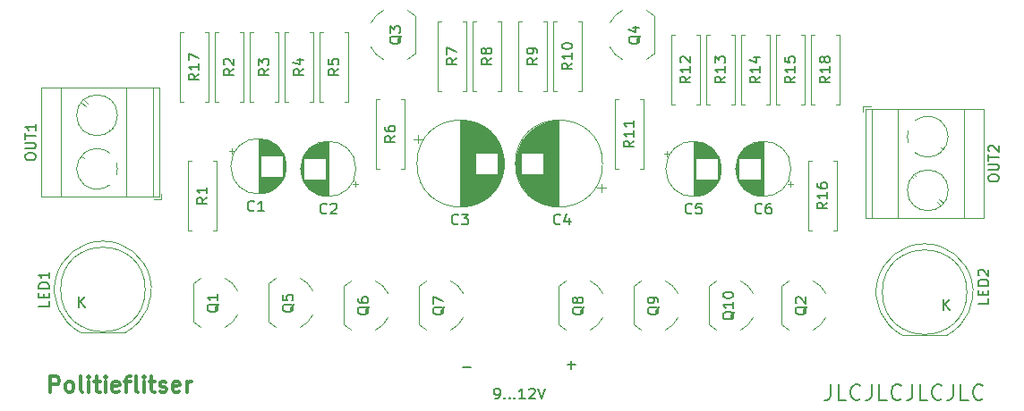
<source format=gto>
%TF.GenerationSoftware,KiCad,Pcbnew,7.0.2-6a45011f42~172~ubuntu22.04.1*%
%TF.CreationDate,2023-05-29T20:36:27+02:00*%
%TF.ProjectId,politieflitser,706f6c69-7469-4656-966c-69747365722e,rev?*%
%TF.SameCoordinates,Original*%
%TF.FileFunction,Legend,Top*%
%TF.FilePolarity,Positive*%
%FSLAX46Y46*%
G04 Gerber Fmt 4.6, Leading zero omitted, Abs format (unit mm)*
G04 Created by KiCad (PCBNEW 7.0.2-6a45011f42~172~ubuntu22.04.1) date 2023-05-29 20:36:27*
%MOMM*%
%LPD*%
G01*
G04 APERTURE LIST*
%ADD10C,0.150000*%
%ADD11C,0.200000*%
%ADD12C,0.300000*%
%ADD13C,0.120000*%
%ADD14R,2.600000X2.600000*%
%ADD15C,2.600000*%
%ADD16C,1.600000*%
%ADD17O,1.600000X1.600000*%
%ADD18R,1.600000X1.600000*%
%ADD19R,1.500000X1.500000*%
%ADD20C,1.500000*%
%ADD21R,1.800000X1.800000*%
%ADD22C,1.800000*%
G04 APERTURE END LIST*
D10*
X28940095Y-55503619D02*
X28940095Y-54503619D01*
X29511523Y-55503619D02*
X29082952Y-54932190D01*
X29511523Y-54503619D02*
X28940095Y-55075047D01*
X110728095Y-55757619D02*
X110728095Y-54757619D01*
X111299523Y-55757619D02*
X110870952Y-55186190D01*
X111299523Y-54757619D02*
X110728095Y-55329047D01*
X75168095Y-60964666D02*
X75930000Y-60964666D01*
X75549047Y-61345619D02*
X75549047Y-60583714D01*
D11*
X100099714Y-62832428D02*
X100099714Y-63903857D01*
X100099714Y-63903857D02*
X100028285Y-64118142D01*
X100028285Y-64118142D02*
X99885428Y-64261000D01*
X99885428Y-64261000D02*
X99671142Y-64332428D01*
X99671142Y-64332428D02*
X99528285Y-64332428D01*
X101528285Y-64332428D02*
X100813999Y-64332428D01*
X100813999Y-64332428D02*
X100813999Y-62832428D01*
X102885428Y-64189571D02*
X102814000Y-64261000D01*
X102814000Y-64261000D02*
X102599714Y-64332428D01*
X102599714Y-64332428D02*
X102456857Y-64332428D01*
X102456857Y-64332428D02*
X102242571Y-64261000D01*
X102242571Y-64261000D02*
X102099714Y-64118142D01*
X102099714Y-64118142D02*
X102028285Y-63975285D01*
X102028285Y-63975285D02*
X101956857Y-63689571D01*
X101956857Y-63689571D02*
X101956857Y-63475285D01*
X101956857Y-63475285D02*
X102028285Y-63189571D01*
X102028285Y-63189571D02*
X102099714Y-63046714D01*
X102099714Y-63046714D02*
X102242571Y-62903857D01*
X102242571Y-62903857D02*
X102456857Y-62832428D01*
X102456857Y-62832428D02*
X102599714Y-62832428D01*
X102599714Y-62832428D02*
X102814000Y-62903857D01*
X102814000Y-62903857D02*
X102885428Y-62975285D01*
X103956857Y-62832428D02*
X103956857Y-63903857D01*
X103956857Y-63903857D02*
X103885428Y-64118142D01*
X103885428Y-64118142D02*
X103742571Y-64261000D01*
X103742571Y-64261000D02*
X103528285Y-64332428D01*
X103528285Y-64332428D02*
X103385428Y-64332428D01*
X105385428Y-64332428D02*
X104671142Y-64332428D01*
X104671142Y-64332428D02*
X104671142Y-62832428D01*
X106742571Y-64189571D02*
X106671143Y-64261000D01*
X106671143Y-64261000D02*
X106456857Y-64332428D01*
X106456857Y-64332428D02*
X106314000Y-64332428D01*
X106314000Y-64332428D02*
X106099714Y-64261000D01*
X106099714Y-64261000D02*
X105956857Y-64118142D01*
X105956857Y-64118142D02*
X105885428Y-63975285D01*
X105885428Y-63975285D02*
X105814000Y-63689571D01*
X105814000Y-63689571D02*
X105814000Y-63475285D01*
X105814000Y-63475285D02*
X105885428Y-63189571D01*
X105885428Y-63189571D02*
X105956857Y-63046714D01*
X105956857Y-63046714D02*
X106099714Y-62903857D01*
X106099714Y-62903857D02*
X106314000Y-62832428D01*
X106314000Y-62832428D02*
X106456857Y-62832428D01*
X106456857Y-62832428D02*
X106671143Y-62903857D01*
X106671143Y-62903857D02*
X106742571Y-62975285D01*
X107814000Y-62832428D02*
X107814000Y-63903857D01*
X107814000Y-63903857D02*
X107742571Y-64118142D01*
X107742571Y-64118142D02*
X107599714Y-64261000D01*
X107599714Y-64261000D02*
X107385428Y-64332428D01*
X107385428Y-64332428D02*
X107242571Y-64332428D01*
X109242571Y-64332428D02*
X108528285Y-64332428D01*
X108528285Y-64332428D02*
X108528285Y-62832428D01*
X110599714Y-64189571D02*
X110528286Y-64261000D01*
X110528286Y-64261000D02*
X110314000Y-64332428D01*
X110314000Y-64332428D02*
X110171143Y-64332428D01*
X110171143Y-64332428D02*
X109956857Y-64261000D01*
X109956857Y-64261000D02*
X109814000Y-64118142D01*
X109814000Y-64118142D02*
X109742571Y-63975285D01*
X109742571Y-63975285D02*
X109671143Y-63689571D01*
X109671143Y-63689571D02*
X109671143Y-63475285D01*
X109671143Y-63475285D02*
X109742571Y-63189571D01*
X109742571Y-63189571D02*
X109814000Y-63046714D01*
X109814000Y-63046714D02*
X109956857Y-62903857D01*
X109956857Y-62903857D02*
X110171143Y-62832428D01*
X110171143Y-62832428D02*
X110314000Y-62832428D01*
X110314000Y-62832428D02*
X110528286Y-62903857D01*
X110528286Y-62903857D02*
X110599714Y-62975285D01*
X111671143Y-62832428D02*
X111671143Y-63903857D01*
X111671143Y-63903857D02*
X111599714Y-64118142D01*
X111599714Y-64118142D02*
X111456857Y-64261000D01*
X111456857Y-64261000D02*
X111242571Y-64332428D01*
X111242571Y-64332428D02*
X111099714Y-64332428D01*
X113099714Y-64332428D02*
X112385428Y-64332428D01*
X112385428Y-64332428D02*
X112385428Y-62832428D01*
X114456857Y-64189571D02*
X114385429Y-64261000D01*
X114385429Y-64261000D02*
X114171143Y-64332428D01*
X114171143Y-64332428D02*
X114028286Y-64332428D01*
X114028286Y-64332428D02*
X113814000Y-64261000D01*
X113814000Y-64261000D02*
X113671143Y-64118142D01*
X113671143Y-64118142D02*
X113599714Y-63975285D01*
X113599714Y-63975285D02*
X113528286Y-63689571D01*
X113528286Y-63689571D02*
X113528286Y-63475285D01*
X113528286Y-63475285D02*
X113599714Y-63189571D01*
X113599714Y-63189571D02*
X113671143Y-63046714D01*
X113671143Y-63046714D02*
X113814000Y-62903857D01*
X113814000Y-62903857D02*
X114028286Y-62832428D01*
X114028286Y-62832428D02*
X114171143Y-62832428D01*
X114171143Y-62832428D02*
X114385429Y-62903857D01*
X114385429Y-62903857D02*
X114456857Y-62975285D01*
D10*
X65262095Y-61218666D02*
X66024000Y-61218666D01*
D12*
X26265142Y-63570428D02*
X26265142Y-62070428D01*
X26265142Y-62070428D02*
X26836571Y-62070428D01*
X26836571Y-62070428D02*
X26979428Y-62141857D01*
X26979428Y-62141857D02*
X27050857Y-62213285D01*
X27050857Y-62213285D02*
X27122285Y-62356142D01*
X27122285Y-62356142D02*
X27122285Y-62570428D01*
X27122285Y-62570428D02*
X27050857Y-62713285D01*
X27050857Y-62713285D02*
X26979428Y-62784714D01*
X26979428Y-62784714D02*
X26836571Y-62856142D01*
X26836571Y-62856142D02*
X26265142Y-62856142D01*
X27979428Y-63570428D02*
X27836571Y-63499000D01*
X27836571Y-63499000D02*
X27765142Y-63427571D01*
X27765142Y-63427571D02*
X27693714Y-63284714D01*
X27693714Y-63284714D02*
X27693714Y-62856142D01*
X27693714Y-62856142D02*
X27765142Y-62713285D01*
X27765142Y-62713285D02*
X27836571Y-62641857D01*
X27836571Y-62641857D02*
X27979428Y-62570428D01*
X27979428Y-62570428D02*
X28193714Y-62570428D01*
X28193714Y-62570428D02*
X28336571Y-62641857D01*
X28336571Y-62641857D02*
X28408000Y-62713285D01*
X28408000Y-62713285D02*
X28479428Y-62856142D01*
X28479428Y-62856142D02*
X28479428Y-63284714D01*
X28479428Y-63284714D02*
X28408000Y-63427571D01*
X28408000Y-63427571D02*
X28336571Y-63499000D01*
X28336571Y-63499000D02*
X28193714Y-63570428D01*
X28193714Y-63570428D02*
X27979428Y-63570428D01*
X29336571Y-63570428D02*
X29193714Y-63499000D01*
X29193714Y-63499000D02*
X29122285Y-63356142D01*
X29122285Y-63356142D02*
X29122285Y-62070428D01*
X29907999Y-63570428D02*
X29907999Y-62570428D01*
X29907999Y-62070428D02*
X29836571Y-62141857D01*
X29836571Y-62141857D02*
X29907999Y-62213285D01*
X29907999Y-62213285D02*
X29979428Y-62141857D01*
X29979428Y-62141857D02*
X29907999Y-62070428D01*
X29907999Y-62070428D02*
X29907999Y-62213285D01*
X30408000Y-62570428D02*
X30979428Y-62570428D01*
X30622285Y-62070428D02*
X30622285Y-63356142D01*
X30622285Y-63356142D02*
X30693714Y-63499000D01*
X30693714Y-63499000D02*
X30836571Y-63570428D01*
X30836571Y-63570428D02*
X30979428Y-63570428D01*
X31479428Y-63570428D02*
X31479428Y-62570428D01*
X31479428Y-62070428D02*
X31408000Y-62141857D01*
X31408000Y-62141857D02*
X31479428Y-62213285D01*
X31479428Y-62213285D02*
X31550857Y-62141857D01*
X31550857Y-62141857D02*
X31479428Y-62070428D01*
X31479428Y-62070428D02*
X31479428Y-62213285D01*
X32765143Y-63499000D02*
X32622286Y-63570428D01*
X32622286Y-63570428D02*
X32336572Y-63570428D01*
X32336572Y-63570428D02*
X32193714Y-63499000D01*
X32193714Y-63499000D02*
X32122286Y-63356142D01*
X32122286Y-63356142D02*
X32122286Y-62784714D01*
X32122286Y-62784714D02*
X32193714Y-62641857D01*
X32193714Y-62641857D02*
X32336572Y-62570428D01*
X32336572Y-62570428D02*
X32622286Y-62570428D01*
X32622286Y-62570428D02*
X32765143Y-62641857D01*
X32765143Y-62641857D02*
X32836572Y-62784714D01*
X32836572Y-62784714D02*
X32836572Y-62927571D01*
X32836572Y-62927571D02*
X32122286Y-63070428D01*
X33265143Y-62570428D02*
X33836571Y-62570428D01*
X33479428Y-63570428D02*
X33479428Y-62284714D01*
X33479428Y-62284714D02*
X33550857Y-62141857D01*
X33550857Y-62141857D02*
X33693714Y-62070428D01*
X33693714Y-62070428D02*
X33836571Y-62070428D01*
X34550857Y-63570428D02*
X34408000Y-63499000D01*
X34408000Y-63499000D02*
X34336571Y-63356142D01*
X34336571Y-63356142D02*
X34336571Y-62070428D01*
X35122285Y-63570428D02*
X35122285Y-62570428D01*
X35122285Y-62070428D02*
X35050857Y-62141857D01*
X35050857Y-62141857D02*
X35122285Y-62213285D01*
X35122285Y-62213285D02*
X35193714Y-62141857D01*
X35193714Y-62141857D02*
X35122285Y-62070428D01*
X35122285Y-62070428D02*
X35122285Y-62213285D01*
X35622286Y-62570428D02*
X36193714Y-62570428D01*
X35836571Y-62070428D02*
X35836571Y-63356142D01*
X35836571Y-63356142D02*
X35908000Y-63499000D01*
X35908000Y-63499000D02*
X36050857Y-63570428D01*
X36050857Y-63570428D02*
X36193714Y-63570428D01*
X36622286Y-63499000D02*
X36765143Y-63570428D01*
X36765143Y-63570428D02*
X37050857Y-63570428D01*
X37050857Y-63570428D02*
X37193714Y-63499000D01*
X37193714Y-63499000D02*
X37265143Y-63356142D01*
X37265143Y-63356142D02*
X37265143Y-63284714D01*
X37265143Y-63284714D02*
X37193714Y-63141857D01*
X37193714Y-63141857D02*
X37050857Y-63070428D01*
X37050857Y-63070428D02*
X36836572Y-63070428D01*
X36836572Y-63070428D02*
X36693714Y-62999000D01*
X36693714Y-62999000D02*
X36622286Y-62856142D01*
X36622286Y-62856142D02*
X36622286Y-62784714D01*
X36622286Y-62784714D02*
X36693714Y-62641857D01*
X36693714Y-62641857D02*
X36836572Y-62570428D01*
X36836572Y-62570428D02*
X37050857Y-62570428D01*
X37050857Y-62570428D02*
X37193714Y-62641857D01*
X38479429Y-63499000D02*
X38336572Y-63570428D01*
X38336572Y-63570428D02*
X38050858Y-63570428D01*
X38050858Y-63570428D02*
X37908000Y-63499000D01*
X37908000Y-63499000D02*
X37836572Y-63356142D01*
X37836572Y-63356142D02*
X37836572Y-62784714D01*
X37836572Y-62784714D02*
X37908000Y-62641857D01*
X37908000Y-62641857D02*
X38050858Y-62570428D01*
X38050858Y-62570428D02*
X38336572Y-62570428D01*
X38336572Y-62570428D02*
X38479429Y-62641857D01*
X38479429Y-62641857D02*
X38550858Y-62784714D01*
X38550858Y-62784714D02*
X38550858Y-62927571D01*
X38550858Y-62927571D02*
X37836572Y-63070428D01*
X39193714Y-63570428D02*
X39193714Y-62570428D01*
X39193714Y-62856142D02*
X39265143Y-62713285D01*
X39265143Y-62713285D02*
X39336572Y-62641857D01*
X39336572Y-62641857D02*
X39479429Y-62570428D01*
X39479429Y-62570428D02*
X39622286Y-62570428D01*
D10*
%TO.C,OUT2*%
X114988619Y-43381190D02*
X114988619Y-43190714D01*
X114988619Y-43190714D02*
X115036238Y-43095476D01*
X115036238Y-43095476D02*
X115131476Y-43000238D01*
X115131476Y-43000238D02*
X115321952Y-42952619D01*
X115321952Y-42952619D02*
X115655285Y-42952619D01*
X115655285Y-42952619D02*
X115845761Y-43000238D01*
X115845761Y-43000238D02*
X115941000Y-43095476D01*
X115941000Y-43095476D02*
X115988619Y-43190714D01*
X115988619Y-43190714D02*
X115988619Y-43381190D01*
X115988619Y-43381190D02*
X115941000Y-43476428D01*
X115941000Y-43476428D02*
X115845761Y-43571666D01*
X115845761Y-43571666D02*
X115655285Y-43619285D01*
X115655285Y-43619285D02*
X115321952Y-43619285D01*
X115321952Y-43619285D02*
X115131476Y-43571666D01*
X115131476Y-43571666D02*
X115036238Y-43476428D01*
X115036238Y-43476428D02*
X114988619Y-43381190D01*
X114988619Y-42524047D02*
X115798142Y-42524047D01*
X115798142Y-42524047D02*
X115893380Y-42476428D01*
X115893380Y-42476428D02*
X115941000Y-42428809D01*
X115941000Y-42428809D02*
X115988619Y-42333571D01*
X115988619Y-42333571D02*
X115988619Y-42143095D01*
X115988619Y-42143095D02*
X115941000Y-42047857D01*
X115941000Y-42047857D02*
X115893380Y-42000238D01*
X115893380Y-42000238D02*
X115798142Y-41952619D01*
X115798142Y-41952619D02*
X114988619Y-41952619D01*
X114988619Y-41619285D02*
X114988619Y-41047857D01*
X115988619Y-41333571D02*
X114988619Y-41333571D01*
X115083857Y-40762142D02*
X115036238Y-40714523D01*
X115036238Y-40714523D02*
X114988619Y-40619285D01*
X114988619Y-40619285D02*
X114988619Y-40381190D01*
X114988619Y-40381190D02*
X115036238Y-40285952D01*
X115036238Y-40285952D02*
X115083857Y-40238333D01*
X115083857Y-40238333D02*
X115179095Y-40190714D01*
X115179095Y-40190714D02*
X115274333Y-40190714D01*
X115274333Y-40190714D02*
X115417190Y-40238333D01*
X115417190Y-40238333D02*
X115988619Y-40809761D01*
X115988619Y-40809761D02*
X115988619Y-40190714D01*
%TO.C,R16*%
X99776619Y-45600857D02*
X99300428Y-45934190D01*
X99776619Y-46172285D02*
X98776619Y-46172285D01*
X98776619Y-46172285D02*
X98776619Y-45791333D01*
X98776619Y-45791333D02*
X98824238Y-45696095D01*
X98824238Y-45696095D02*
X98871857Y-45648476D01*
X98871857Y-45648476D02*
X98967095Y-45600857D01*
X98967095Y-45600857D02*
X99109952Y-45600857D01*
X99109952Y-45600857D02*
X99205190Y-45648476D01*
X99205190Y-45648476D02*
X99252809Y-45696095D01*
X99252809Y-45696095D02*
X99300428Y-45791333D01*
X99300428Y-45791333D02*
X99300428Y-46172285D01*
X99776619Y-44648476D02*
X99776619Y-45219904D01*
X99776619Y-44934190D02*
X98776619Y-44934190D01*
X98776619Y-44934190D02*
X98919476Y-45029428D01*
X98919476Y-45029428D02*
X99014714Y-45124666D01*
X99014714Y-45124666D02*
X99062333Y-45219904D01*
X98776619Y-43791333D02*
X98776619Y-43981809D01*
X98776619Y-43981809D02*
X98824238Y-44077047D01*
X98824238Y-44077047D02*
X98871857Y-44124666D01*
X98871857Y-44124666D02*
X99014714Y-44219904D01*
X99014714Y-44219904D02*
X99205190Y-44267523D01*
X99205190Y-44267523D02*
X99586142Y-44267523D01*
X99586142Y-44267523D02*
X99681380Y-44219904D01*
X99681380Y-44219904D02*
X99729000Y-44172285D01*
X99729000Y-44172285D02*
X99776619Y-44077047D01*
X99776619Y-44077047D02*
X99776619Y-43886571D01*
X99776619Y-43886571D02*
X99729000Y-43791333D01*
X99729000Y-43791333D02*
X99681380Y-43743714D01*
X99681380Y-43743714D02*
X99586142Y-43696095D01*
X99586142Y-43696095D02*
X99348047Y-43696095D01*
X99348047Y-43696095D02*
X99252809Y-43743714D01*
X99252809Y-43743714D02*
X99205190Y-43791333D01*
X99205190Y-43791333D02*
X99157571Y-43886571D01*
X99157571Y-43886571D02*
X99157571Y-44077047D01*
X99157571Y-44077047D02*
X99205190Y-44172285D01*
X99205190Y-44172285D02*
X99252809Y-44219904D01*
X99252809Y-44219904D02*
X99348047Y-44267523D01*
%TO.C,C3*%
X64857333Y-47611380D02*
X64809714Y-47659000D01*
X64809714Y-47659000D02*
X64666857Y-47706619D01*
X64666857Y-47706619D02*
X64571619Y-47706619D01*
X64571619Y-47706619D02*
X64428762Y-47659000D01*
X64428762Y-47659000D02*
X64333524Y-47563761D01*
X64333524Y-47563761D02*
X64285905Y-47468523D01*
X64285905Y-47468523D02*
X64238286Y-47278047D01*
X64238286Y-47278047D02*
X64238286Y-47135190D01*
X64238286Y-47135190D02*
X64285905Y-46944714D01*
X64285905Y-46944714D02*
X64333524Y-46849476D01*
X64333524Y-46849476D02*
X64428762Y-46754238D01*
X64428762Y-46754238D02*
X64571619Y-46706619D01*
X64571619Y-46706619D02*
X64666857Y-46706619D01*
X64666857Y-46706619D02*
X64809714Y-46754238D01*
X64809714Y-46754238D02*
X64857333Y-46801857D01*
X65190667Y-46706619D02*
X65809714Y-46706619D01*
X65809714Y-46706619D02*
X65476381Y-47087571D01*
X65476381Y-47087571D02*
X65619238Y-47087571D01*
X65619238Y-47087571D02*
X65714476Y-47135190D01*
X65714476Y-47135190D02*
X65762095Y-47182809D01*
X65762095Y-47182809D02*
X65809714Y-47278047D01*
X65809714Y-47278047D02*
X65809714Y-47516142D01*
X65809714Y-47516142D02*
X65762095Y-47611380D01*
X65762095Y-47611380D02*
X65714476Y-47659000D01*
X65714476Y-47659000D02*
X65619238Y-47706619D01*
X65619238Y-47706619D02*
X65333524Y-47706619D01*
X65333524Y-47706619D02*
X65238286Y-47659000D01*
X65238286Y-47659000D02*
X65190667Y-47611380D01*
%TO.C,C6*%
X93559333Y-46595380D02*
X93511714Y-46643000D01*
X93511714Y-46643000D02*
X93368857Y-46690619D01*
X93368857Y-46690619D02*
X93273619Y-46690619D01*
X93273619Y-46690619D02*
X93130762Y-46643000D01*
X93130762Y-46643000D02*
X93035524Y-46547761D01*
X93035524Y-46547761D02*
X92987905Y-46452523D01*
X92987905Y-46452523D02*
X92940286Y-46262047D01*
X92940286Y-46262047D02*
X92940286Y-46119190D01*
X92940286Y-46119190D02*
X92987905Y-45928714D01*
X92987905Y-45928714D02*
X93035524Y-45833476D01*
X93035524Y-45833476D02*
X93130762Y-45738238D01*
X93130762Y-45738238D02*
X93273619Y-45690619D01*
X93273619Y-45690619D02*
X93368857Y-45690619D01*
X93368857Y-45690619D02*
X93511714Y-45738238D01*
X93511714Y-45738238D02*
X93559333Y-45785857D01*
X94416476Y-45690619D02*
X94226000Y-45690619D01*
X94226000Y-45690619D02*
X94130762Y-45738238D01*
X94130762Y-45738238D02*
X94083143Y-45785857D01*
X94083143Y-45785857D02*
X93987905Y-45928714D01*
X93987905Y-45928714D02*
X93940286Y-46119190D01*
X93940286Y-46119190D02*
X93940286Y-46500142D01*
X93940286Y-46500142D02*
X93987905Y-46595380D01*
X93987905Y-46595380D02*
X94035524Y-46643000D01*
X94035524Y-46643000D02*
X94130762Y-46690619D01*
X94130762Y-46690619D02*
X94321238Y-46690619D01*
X94321238Y-46690619D02*
X94416476Y-46643000D01*
X94416476Y-46643000D02*
X94464095Y-46595380D01*
X94464095Y-46595380D02*
X94511714Y-46500142D01*
X94511714Y-46500142D02*
X94511714Y-46262047D01*
X94511714Y-46262047D02*
X94464095Y-46166809D01*
X94464095Y-46166809D02*
X94416476Y-46119190D01*
X94416476Y-46119190D02*
X94321238Y-46071571D01*
X94321238Y-46071571D02*
X94130762Y-46071571D01*
X94130762Y-46071571D02*
X94035524Y-46119190D01*
X94035524Y-46119190D02*
X93987905Y-46166809D01*
X93987905Y-46166809D02*
X93940286Y-46262047D01*
%TO.C,R10*%
X75646619Y-32392857D02*
X75170428Y-32726190D01*
X75646619Y-32964285D02*
X74646619Y-32964285D01*
X74646619Y-32964285D02*
X74646619Y-32583333D01*
X74646619Y-32583333D02*
X74694238Y-32488095D01*
X74694238Y-32488095D02*
X74741857Y-32440476D01*
X74741857Y-32440476D02*
X74837095Y-32392857D01*
X74837095Y-32392857D02*
X74979952Y-32392857D01*
X74979952Y-32392857D02*
X75075190Y-32440476D01*
X75075190Y-32440476D02*
X75122809Y-32488095D01*
X75122809Y-32488095D02*
X75170428Y-32583333D01*
X75170428Y-32583333D02*
X75170428Y-32964285D01*
X75646619Y-31440476D02*
X75646619Y-32011904D01*
X75646619Y-31726190D02*
X74646619Y-31726190D01*
X74646619Y-31726190D02*
X74789476Y-31821428D01*
X74789476Y-31821428D02*
X74884714Y-31916666D01*
X74884714Y-31916666D02*
X74932333Y-32011904D01*
X74646619Y-30821428D02*
X74646619Y-30726190D01*
X74646619Y-30726190D02*
X74694238Y-30630952D01*
X74694238Y-30630952D02*
X74741857Y-30583333D01*
X74741857Y-30583333D02*
X74837095Y-30535714D01*
X74837095Y-30535714D02*
X75027571Y-30488095D01*
X75027571Y-30488095D02*
X75265666Y-30488095D01*
X75265666Y-30488095D02*
X75456142Y-30535714D01*
X75456142Y-30535714D02*
X75551380Y-30583333D01*
X75551380Y-30583333D02*
X75599000Y-30630952D01*
X75599000Y-30630952D02*
X75646619Y-30726190D01*
X75646619Y-30726190D02*
X75646619Y-30821428D01*
X75646619Y-30821428D02*
X75599000Y-30916666D01*
X75599000Y-30916666D02*
X75551380Y-30964285D01*
X75551380Y-30964285D02*
X75456142Y-31011904D01*
X75456142Y-31011904D02*
X75265666Y-31059523D01*
X75265666Y-31059523D02*
X75027571Y-31059523D01*
X75027571Y-31059523D02*
X74837095Y-31011904D01*
X74837095Y-31011904D02*
X74741857Y-30964285D01*
X74741857Y-30964285D02*
X74694238Y-30916666D01*
X74694238Y-30916666D02*
X74646619Y-30821428D01*
%TO.C,Q10*%
X90981857Y-55943428D02*
X90934238Y-56038666D01*
X90934238Y-56038666D02*
X90839000Y-56133904D01*
X90839000Y-56133904D02*
X90696142Y-56276761D01*
X90696142Y-56276761D02*
X90648523Y-56371999D01*
X90648523Y-56371999D02*
X90648523Y-56467237D01*
X90886619Y-56419618D02*
X90839000Y-56514856D01*
X90839000Y-56514856D02*
X90743761Y-56610094D01*
X90743761Y-56610094D02*
X90553285Y-56657713D01*
X90553285Y-56657713D02*
X90219952Y-56657713D01*
X90219952Y-56657713D02*
X90029476Y-56610094D01*
X90029476Y-56610094D02*
X89934238Y-56514856D01*
X89934238Y-56514856D02*
X89886619Y-56419618D01*
X89886619Y-56419618D02*
X89886619Y-56229142D01*
X89886619Y-56229142D02*
X89934238Y-56133904D01*
X89934238Y-56133904D02*
X90029476Y-56038666D01*
X90029476Y-56038666D02*
X90219952Y-55991047D01*
X90219952Y-55991047D02*
X90553285Y-55991047D01*
X90553285Y-55991047D02*
X90743761Y-56038666D01*
X90743761Y-56038666D02*
X90839000Y-56133904D01*
X90839000Y-56133904D02*
X90886619Y-56229142D01*
X90886619Y-56229142D02*
X90886619Y-56419618D01*
X90886619Y-55038666D02*
X90886619Y-55610094D01*
X90886619Y-55324380D02*
X89886619Y-55324380D01*
X89886619Y-55324380D02*
X90029476Y-55419618D01*
X90029476Y-55419618D02*
X90124714Y-55514856D01*
X90124714Y-55514856D02*
X90172333Y-55610094D01*
X89886619Y-54419618D02*
X89886619Y-54324380D01*
X89886619Y-54324380D02*
X89934238Y-54229142D01*
X89934238Y-54229142D02*
X89981857Y-54181523D01*
X89981857Y-54181523D02*
X90077095Y-54133904D01*
X90077095Y-54133904D02*
X90267571Y-54086285D01*
X90267571Y-54086285D02*
X90505666Y-54086285D01*
X90505666Y-54086285D02*
X90696142Y-54133904D01*
X90696142Y-54133904D02*
X90791380Y-54181523D01*
X90791380Y-54181523D02*
X90839000Y-54229142D01*
X90839000Y-54229142D02*
X90886619Y-54324380D01*
X90886619Y-54324380D02*
X90886619Y-54419618D01*
X90886619Y-54419618D02*
X90839000Y-54514856D01*
X90839000Y-54514856D02*
X90791380Y-54562475D01*
X90791380Y-54562475D02*
X90696142Y-54610094D01*
X90696142Y-54610094D02*
X90505666Y-54657713D01*
X90505666Y-54657713D02*
X90267571Y-54657713D01*
X90267571Y-54657713D02*
X90077095Y-54610094D01*
X90077095Y-54610094D02*
X89981857Y-54562475D01*
X89981857Y-54562475D02*
X89934238Y-54514856D01*
X89934238Y-54514856D02*
X89886619Y-54419618D01*
%TO.C,R13*%
X90124619Y-33662857D02*
X89648428Y-33996190D01*
X90124619Y-34234285D02*
X89124619Y-34234285D01*
X89124619Y-34234285D02*
X89124619Y-33853333D01*
X89124619Y-33853333D02*
X89172238Y-33758095D01*
X89172238Y-33758095D02*
X89219857Y-33710476D01*
X89219857Y-33710476D02*
X89315095Y-33662857D01*
X89315095Y-33662857D02*
X89457952Y-33662857D01*
X89457952Y-33662857D02*
X89553190Y-33710476D01*
X89553190Y-33710476D02*
X89600809Y-33758095D01*
X89600809Y-33758095D02*
X89648428Y-33853333D01*
X89648428Y-33853333D02*
X89648428Y-34234285D01*
X90124619Y-32710476D02*
X90124619Y-33281904D01*
X90124619Y-32996190D02*
X89124619Y-32996190D01*
X89124619Y-32996190D02*
X89267476Y-33091428D01*
X89267476Y-33091428D02*
X89362714Y-33186666D01*
X89362714Y-33186666D02*
X89410333Y-33281904D01*
X89124619Y-32377142D02*
X89124619Y-31758095D01*
X89124619Y-31758095D02*
X89505571Y-32091428D01*
X89505571Y-32091428D02*
X89505571Y-31948571D01*
X89505571Y-31948571D02*
X89553190Y-31853333D01*
X89553190Y-31853333D02*
X89600809Y-31805714D01*
X89600809Y-31805714D02*
X89696047Y-31758095D01*
X89696047Y-31758095D02*
X89934142Y-31758095D01*
X89934142Y-31758095D02*
X90029380Y-31805714D01*
X90029380Y-31805714D02*
X90077000Y-31853333D01*
X90077000Y-31853333D02*
X90124619Y-31948571D01*
X90124619Y-31948571D02*
X90124619Y-32234285D01*
X90124619Y-32234285D02*
X90077000Y-32329523D01*
X90077000Y-32329523D02*
X90029380Y-32377142D01*
%TO.C,R17*%
X40340619Y-33408857D02*
X39864428Y-33742190D01*
X40340619Y-33980285D02*
X39340619Y-33980285D01*
X39340619Y-33980285D02*
X39340619Y-33599333D01*
X39340619Y-33599333D02*
X39388238Y-33504095D01*
X39388238Y-33504095D02*
X39435857Y-33456476D01*
X39435857Y-33456476D02*
X39531095Y-33408857D01*
X39531095Y-33408857D02*
X39673952Y-33408857D01*
X39673952Y-33408857D02*
X39769190Y-33456476D01*
X39769190Y-33456476D02*
X39816809Y-33504095D01*
X39816809Y-33504095D02*
X39864428Y-33599333D01*
X39864428Y-33599333D02*
X39864428Y-33980285D01*
X40340619Y-32456476D02*
X40340619Y-33027904D01*
X40340619Y-32742190D02*
X39340619Y-32742190D01*
X39340619Y-32742190D02*
X39483476Y-32837428D01*
X39483476Y-32837428D02*
X39578714Y-32932666D01*
X39578714Y-32932666D02*
X39626333Y-33027904D01*
X39340619Y-32123142D02*
X39340619Y-31456476D01*
X39340619Y-31456476D02*
X40340619Y-31885047D01*
%TO.C,R14*%
X93426619Y-33662857D02*
X92950428Y-33996190D01*
X93426619Y-34234285D02*
X92426619Y-34234285D01*
X92426619Y-34234285D02*
X92426619Y-33853333D01*
X92426619Y-33853333D02*
X92474238Y-33758095D01*
X92474238Y-33758095D02*
X92521857Y-33710476D01*
X92521857Y-33710476D02*
X92617095Y-33662857D01*
X92617095Y-33662857D02*
X92759952Y-33662857D01*
X92759952Y-33662857D02*
X92855190Y-33710476D01*
X92855190Y-33710476D02*
X92902809Y-33758095D01*
X92902809Y-33758095D02*
X92950428Y-33853333D01*
X92950428Y-33853333D02*
X92950428Y-34234285D01*
X93426619Y-32710476D02*
X93426619Y-33281904D01*
X93426619Y-32996190D02*
X92426619Y-32996190D01*
X92426619Y-32996190D02*
X92569476Y-33091428D01*
X92569476Y-33091428D02*
X92664714Y-33186666D01*
X92664714Y-33186666D02*
X92712333Y-33281904D01*
X92759952Y-31853333D02*
X93426619Y-31853333D01*
X92379000Y-32091428D02*
X93093285Y-32329523D01*
X93093285Y-32329523D02*
X93093285Y-31710476D01*
%TO.C,R18*%
X100030619Y-33662857D02*
X99554428Y-33996190D01*
X100030619Y-34234285D02*
X99030619Y-34234285D01*
X99030619Y-34234285D02*
X99030619Y-33853333D01*
X99030619Y-33853333D02*
X99078238Y-33758095D01*
X99078238Y-33758095D02*
X99125857Y-33710476D01*
X99125857Y-33710476D02*
X99221095Y-33662857D01*
X99221095Y-33662857D02*
X99363952Y-33662857D01*
X99363952Y-33662857D02*
X99459190Y-33710476D01*
X99459190Y-33710476D02*
X99506809Y-33758095D01*
X99506809Y-33758095D02*
X99554428Y-33853333D01*
X99554428Y-33853333D02*
X99554428Y-34234285D01*
X100030619Y-32710476D02*
X100030619Y-33281904D01*
X100030619Y-32996190D02*
X99030619Y-32996190D01*
X99030619Y-32996190D02*
X99173476Y-33091428D01*
X99173476Y-33091428D02*
X99268714Y-33186666D01*
X99268714Y-33186666D02*
X99316333Y-33281904D01*
X99459190Y-32139047D02*
X99411571Y-32234285D01*
X99411571Y-32234285D02*
X99363952Y-32281904D01*
X99363952Y-32281904D02*
X99268714Y-32329523D01*
X99268714Y-32329523D02*
X99221095Y-32329523D01*
X99221095Y-32329523D02*
X99125857Y-32281904D01*
X99125857Y-32281904D02*
X99078238Y-32234285D01*
X99078238Y-32234285D02*
X99030619Y-32139047D01*
X99030619Y-32139047D02*
X99030619Y-31948571D01*
X99030619Y-31948571D02*
X99078238Y-31853333D01*
X99078238Y-31853333D02*
X99125857Y-31805714D01*
X99125857Y-31805714D02*
X99221095Y-31758095D01*
X99221095Y-31758095D02*
X99268714Y-31758095D01*
X99268714Y-31758095D02*
X99363952Y-31805714D01*
X99363952Y-31805714D02*
X99411571Y-31853333D01*
X99411571Y-31853333D02*
X99459190Y-31948571D01*
X99459190Y-31948571D02*
X99459190Y-32139047D01*
X99459190Y-32139047D02*
X99506809Y-32234285D01*
X99506809Y-32234285D02*
X99554428Y-32281904D01*
X99554428Y-32281904D02*
X99649666Y-32329523D01*
X99649666Y-32329523D02*
X99840142Y-32329523D01*
X99840142Y-32329523D02*
X99935380Y-32281904D01*
X99935380Y-32281904D02*
X99983000Y-32234285D01*
X99983000Y-32234285D02*
X100030619Y-32139047D01*
X100030619Y-32139047D02*
X100030619Y-31948571D01*
X100030619Y-31948571D02*
X99983000Y-31853333D01*
X99983000Y-31853333D02*
X99935380Y-31805714D01*
X99935380Y-31805714D02*
X99840142Y-31758095D01*
X99840142Y-31758095D02*
X99649666Y-31758095D01*
X99649666Y-31758095D02*
X99554428Y-31805714D01*
X99554428Y-31805714D02*
X99506809Y-31853333D01*
X99506809Y-31853333D02*
X99459190Y-31948571D01*
%TO.C,Q3*%
X59485857Y-29813238D02*
X59438238Y-29908476D01*
X59438238Y-29908476D02*
X59343000Y-30003714D01*
X59343000Y-30003714D02*
X59200142Y-30146571D01*
X59200142Y-30146571D02*
X59152523Y-30241809D01*
X59152523Y-30241809D02*
X59152523Y-30337047D01*
X59390619Y-30289428D02*
X59343000Y-30384666D01*
X59343000Y-30384666D02*
X59247761Y-30479904D01*
X59247761Y-30479904D02*
X59057285Y-30527523D01*
X59057285Y-30527523D02*
X58723952Y-30527523D01*
X58723952Y-30527523D02*
X58533476Y-30479904D01*
X58533476Y-30479904D02*
X58438238Y-30384666D01*
X58438238Y-30384666D02*
X58390619Y-30289428D01*
X58390619Y-30289428D02*
X58390619Y-30098952D01*
X58390619Y-30098952D02*
X58438238Y-30003714D01*
X58438238Y-30003714D02*
X58533476Y-29908476D01*
X58533476Y-29908476D02*
X58723952Y-29860857D01*
X58723952Y-29860857D02*
X59057285Y-29860857D01*
X59057285Y-29860857D02*
X59247761Y-29908476D01*
X59247761Y-29908476D02*
X59343000Y-30003714D01*
X59343000Y-30003714D02*
X59390619Y-30098952D01*
X59390619Y-30098952D02*
X59390619Y-30289428D01*
X58390619Y-29527523D02*
X58390619Y-28908476D01*
X58390619Y-28908476D02*
X58771571Y-29241809D01*
X58771571Y-29241809D02*
X58771571Y-29098952D01*
X58771571Y-29098952D02*
X58819190Y-29003714D01*
X58819190Y-29003714D02*
X58866809Y-28956095D01*
X58866809Y-28956095D02*
X58962047Y-28908476D01*
X58962047Y-28908476D02*
X59200142Y-28908476D01*
X59200142Y-28908476D02*
X59295380Y-28956095D01*
X59295380Y-28956095D02*
X59343000Y-29003714D01*
X59343000Y-29003714D02*
X59390619Y-29098952D01*
X59390619Y-29098952D02*
X59390619Y-29384666D01*
X59390619Y-29384666D02*
X59343000Y-29479904D01*
X59343000Y-29479904D02*
X59295380Y-29527523D01*
%TO.C,C1*%
X45553333Y-46341380D02*
X45505714Y-46389000D01*
X45505714Y-46389000D02*
X45362857Y-46436619D01*
X45362857Y-46436619D02*
X45267619Y-46436619D01*
X45267619Y-46436619D02*
X45124762Y-46389000D01*
X45124762Y-46389000D02*
X45029524Y-46293761D01*
X45029524Y-46293761D02*
X44981905Y-46198523D01*
X44981905Y-46198523D02*
X44934286Y-46008047D01*
X44934286Y-46008047D02*
X44934286Y-45865190D01*
X44934286Y-45865190D02*
X44981905Y-45674714D01*
X44981905Y-45674714D02*
X45029524Y-45579476D01*
X45029524Y-45579476D02*
X45124762Y-45484238D01*
X45124762Y-45484238D02*
X45267619Y-45436619D01*
X45267619Y-45436619D02*
X45362857Y-45436619D01*
X45362857Y-45436619D02*
X45505714Y-45484238D01*
X45505714Y-45484238D02*
X45553333Y-45531857D01*
X46505714Y-46436619D02*
X45934286Y-46436619D01*
X46220000Y-46436619D02*
X46220000Y-45436619D01*
X46220000Y-45436619D02*
X46124762Y-45579476D01*
X46124762Y-45579476D02*
X46029524Y-45674714D01*
X46029524Y-45674714D02*
X45934286Y-45722333D01*
%TO.C,Q4*%
X82091857Y-29813238D02*
X82044238Y-29908476D01*
X82044238Y-29908476D02*
X81949000Y-30003714D01*
X81949000Y-30003714D02*
X81806142Y-30146571D01*
X81806142Y-30146571D02*
X81758523Y-30241809D01*
X81758523Y-30241809D02*
X81758523Y-30337047D01*
X81996619Y-30289428D02*
X81949000Y-30384666D01*
X81949000Y-30384666D02*
X81853761Y-30479904D01*
X81853761Y-30479904D02*
X81663285Y-30527523D01*
X81663285Y-30527523D02*
X81329952Y-30527523D01*
X81329952Y-30527523D02*
X81139476Y-30479904D01*
X81139476Y-30479904D02*
X81044238Y-30384666D01*
X81044238Y-30384666D02*
X80996619Y-30289428D01*
X80996619Y-30289428D02*
X80996619Y-30098952D01*
X80996619Y-30098952D02*
X81044238Y-30003714D01*
X81044238Y-30003714D02*
X81139476Y-29908476D01*
X81139476Y-29908476D02*
X81329952Y-29860857D01*
X81329952Y-29860857D02*
X81663285Y-29860857D01*
X81663285Y-29860857D02*
X81853761Y-29908476D01*
X81853761Y-29908476D02*
X81949000Y-30003714D01*
X81949000Y-30003714D02*
X81996619Y-30098952D01*
X81996619Y-30098952D02*
X81996619Y-30289428D01*
X81329952Y-29003714D02*
X81996619Y-29003714D01*
X80949000Y-29241809D02*
X81663285Y-29479904D01*
X81663285Y-29479904D02*
X81663285Y-28860857D01*
%TO.C,C2*%
X52411333Y-46595380D02*
X52363714Y-46643000D01*
X52363714Y-46643000D02*
X52220857Y-46690619D01*
X52220857Y-46690619D02*
X52125619Y-46690619D01*
X52125619Y-46690619D02*
X51982762Y-46643000D01*
X51982762Y-46643000D02*
X51887524Y-46547761D01*
X51887524Y-46547761D02*
X51839905Y-46452523D01*
X51839905Y-46452523D02*
X51792286Y-46262047D01*
X51792286Y-46262047D02*
X51792286Y-46119190D01*
X51792286Y-46119190D02*
X51839905Y-45928714D01*
X51839905Y-45928714D02*
X51887524Y-45833476D01*
X51887524Y-45833476D02*
X51982762Y-45738238D01*
X51982762Y-45738238D02*
X52125619Y-45690619D01*
X52125619Y-45690619D02*
X52220857Y-45690619D01*
X52220857Y-45690619D02*
X52363714Y-45738238D01*
X52363714Y-45738238D02*
X52411333Y-45785857D01*
X52792286Y-45785857D02*
X52839905Y-45738238D01*
X52839905Y-45738238D02*
X52935143Y-45690619D01*
X52935143Y-45690619D02*
X53173238Y-45690619D01*
X53173238Y-45690619D02*
X53268476Y-45738238D01*
X53268476Y-45738238D02*
X53316095Y-45785857D01*
X53316095Y-45785857D02*
X53363714Y-45881095D01*
X53363714Y-45881095D02*
X53363714Y-45976333D01*
X53363714Y-45976333D02*
X53316095Y-46119190D01*
X53316095Y-46119190D02*
X52744667Y-46690619D01*
X52744667Y-46690619D02*
X53363714Y-46690619D01*
%TO.C,R7*%
X64724619Y-31916666D02*
X64248428Y-32249999D01*
X64724619Y-32488094D02*
X63724619Y-32488094D01*
X63724619Y-32488094D02*
X63724619Y-32107142D01*
X63724619Y-32107142D02*
X63772238Y-32011904D01*
X63772238Y-32011904D02*
X63819857Y-31964285D01*
X63819857Y-31964285D02*
X63915095Y-31916666D01*
X63915095Y-31916666D02*
X64057952Y-31916666D01*
X64057952Y-31916666D02*
X64153190Y-31964285D01*
X64153190Y-31964285D02*
X64200809Y-32011904D01*
X64200809Y-32011904D02*
X64248428Y-32107142D01*
X64248428Y-32107142D02*
X64248428Y-32488094D01*
X63724619Y-31583332D02*
X63724619Y-30916666D01*
X63724619Y-30916666D02*
X64724619Y-31345237D01*
%TO.C,Q5*%
X49325857Y-55223238D02*
X49278238Y-55318476D01*
X49278238Y-55318476D02*
X49183000Y-55413714D01*
X49183000Y-55413714D02*
X49040142Y-55556571D01*
X49040142Y-55556571D02*
X48992523Y-55651809D01*
X48992523Y-55651809D02*
X48992523Y-55747047D01*
X49230619Y-55699428D02*
X49183000Y-55794666D01*
X49183000Y-55794666D02*
X49087761Y-55889904D01*
X49087761Y-55889904D02*
X48897285Y-55937523D01*
X48897285Y-55937523D02*
X48563952Y-55937523D01*
X48563952Y-55937523D02*
X48373476Y-55889904D01*
X48373476Y-55889904D02*
X48278238Y-55794666D01*
X48278238Y-55794666D02*
X48230619Y-55699428D01*
X48230619Y-55699428D02*
X48230619Y-55508952D01*
X48230619Y-55508952D02*
X48278238Y-55413714D01*
X48278238Y-55413714D02*
X48373476Y-55318476D01*
X48373476Y-55318476D02*
X48563952Y-55270857D01*
X48563952Y-55270857D02*
X48897285Y-55270857D01*
X48897285Y-55270857D02*
X49087761Y-55318476D01*
X49087761Y-55318476D02*
X49183000Y-55413714D01*
X49183000Y-55413714D02*
X49230619Y-55508952D01*
X49230619Y-55508952D02*
X49230619Y-55699428D01*
X48230619Y-54366095D02*
X48230619Y-54842285D01*
X48230619Y-54842285D02*
X48706809Y-54889904D01*
X48706809Y-54889904D02*
X48659190Y-54842285D01*
X48659190Y-54842285D02*
X48611571Y-54747047D01*
X48611571Y-54747047D02*
X48611571Y-54508952D01*
X48611571Y-54508952D02*
X48659190Y-54413714D01*
X48659190Y-54413714D02*
X48706809Y-54366095D01*
X48706809Y-54366095D02*
X48802047Y-54318476D01*
X48802047Y-54318476D02*
X49040142Y-54318476D01*
X49040142Y-54318476D02*
X49135380Y-54366095D01*
X49135380Y-54366095D02*
X49183000Y-54413714D01*
X49183000Y-54413714D02*
X49230619Y-54508952D01*
X49230619Y-54508952D02*
X49230619Y-54747047D01*
X49230619Y-54747047D02*
X49183000Y-54842285D01*
X49183000Y-54842285D02*
X49135380Y-54889904D01*
%TO.C,LED1*%
X26144619Y-54967047D02*
X26144619Y-55443237D01*
X26144619Y-55443237D02*
X25144619Y-55443237D01*
X25620809Y-54633713D02*
X25620809Y-54300380D01*
X26144619Y-54157523D02*
X26144619Y-54633713D01*
X26144619Y-54633713D02*
X25144619Y-54633713D01*
X25144619Y-54633713D02*
X25144619Y-54157523D01*
X26144619Y-53728951D02*
X25144619Y-53728951D01*
X25144619Y-53728951D02*
X25144619Y-53490856D01*
X25144619Y-53490856D02*
X25192238Y-53347999D01*
X25192238Y-53347999D02*
X25287476Y-53252761D01*
X25287476Y-53252761D02*
X25382714Y-53205142D01*
X25382714Y-53205142D02*
X25573190Y-53157523D01*
X25573190Y-53157523D02*
X25716047Y-53157523D01*
X25716047Y-53157523D02*
X25906523Y-53205142D01*
X25906523Y-53205142D02*
X26001761Y-53252761D01*
X26001761Y-53252761D02*
X26097000Y-53347999D01*
X26097000Y-53347999D02*
X26144619Y-53490856D01*
X26144619Y-53490856D02*
X26144619Y-53728951D01*
X26144619Y-52205142D02*
X26144619Y-52776570D01*
X26144619Y-52490856D02*
X25144619Y-52490856D01*
X25144619Y-52490856D02*
X25287476Y-52586094D01*
X25287476Y-52586094D02*
X25382714Y-52681332D01*
X25382714Y-52681332D02*
X25430333Y-52776570D01*
%TO.C,Q6*%
X56437857Y-55467238D02*
X56390238Y-55562476D01*
X56390238Y-55562476D02*
X56295000Y-55657714D01*
X56295000Y-55657714D02*
X56152142Y-55800571D01*
X56152142Y-55800571D02*
X56104523Y-55895809D01*
X56104523Y-55895809D02*
X56104523Y-55991047D01*
X56342619Y-55943428D02*
X56295000Y-56038666D01*
X56295000Y-56038666D02*
X56199761Y-56133904D01*
X56199761Y-56133904D02*
X56009285Y-56181523D01*
X56009285Y-56181523D02*
X55675952Y-56181523D01*
X55675952Y-56181523D02*
X55485476Y-56133904D01*
X55485476Y-56133904D02*
X55390238Y-56038666D01*
X55390238Y-56038666D02*
X55342619Y-55943428D01*
X55342619Y-55943428D02*
X55342619Y-55752952D01*
X55342619Y-55752952D02*
X55390238Y-55657714D01*
X55390238Y-55657714D02*
X55485476Y-55562476D01*
X55485476Y-55562476D02*
X55675952Y-55514857D01*
X55675952Y-55514857D02*
X56009285Y-55514857D01*
X56009285Y-55514857D02*
X56199761Y-55562476D01*
X56199761Y-55562476D02*
X56295000Y-55657714D01*
X56295000Y-55657714D02*
X56342619Y-55752952D01*
X56342619Y-55752952D02*
X56342619Y-55943428D01*
X55342619Y-54657714D02*
X55342619Y-54848190D01*
X55342619Y-54848190D02*
X55390238Y-54943428D01*
X55390238Y-54943428D02*
X55437857Y-54991047D01*
X55437857Y-54991047D02*
X55580714Y-55086285D01*
X55580714Y-55086285D02*
X55771190Y-55133904D01*
X55771190Y-55133904D02*
X56152142Y-55133904D01*
X56152142Y-55133904D02*
X56247380Y-55086285D01*
X56247380Y-55086285D02*
X56295000Y-55038666D01*
X56295000Y-55038666D02*
X56342619Y-54943428D01*
X56342619Y-54943428D02*
X56342619Y-54752952D01*
X56342619Y-54752952D02*
X56295000Y-54657714D01*
X56295000Y-54657714D02*
X56247380Y-54610095D01*
X56247380Y-54610095D02*
X56152142Y-54562476D01*
X56152142Y-54562476D02*
X55914047Y-54562476D01*
X55914047Y-54562476D02*
X55818809Y-54610095D01*
X55818809Y-54610095D02*
X55771190Y-54657714D01*
X55771190Y-54657714D02*
X55723571Y-54752952D01*
X55723571Y-54752952D02*
X55723571Y-54943428D01*
X55723571Y-54943428D02*
X55771190Y-55038666D01*
X55771190Y-55038666D02*
X55818809Y-55086285D01*
X55818809Y-55086285D02*
X55914047Y-55133904D01*
%TO.C,C5*%
X86955333Y-46595380D02*
X86907714Y-46643000D01*
X86907714Y-46643000D02*
X86764857Y-46690619D01*
X86764857Y-46690619D02*
X86669619Y-46690619D01*
X86669619Y-46690619D02*
X86526762Y-46643000D01*
X86526762Y-46643000D02*
X86431524Y-46547761D01*
X86431524Y-46547761D02*
X86383905Y-46452523D01*
X86383905Y-46452523D02*
X86336286Y-46262047D01*
X86336286Y-46262047D02*
X86336286Y-46119190D01*
X86336286Y-46119190D02*
X86383905Y-45928714D01*
X86383905Y-45928714D02*
X86431524Y-45833476D01*
X86431524Y-45833476D02*
X86526762Y-45738238D01*
X86526762Y-45738238D02*
X86669619Y-45690619D01*
X86669619Y-45690619D02*
X86764857Y-45690619D01*
X86764857Y-45690619D02*
X86907714Y-45738238D01*
X86907714Y-45738238D02*
X86955333Y-45785857D01*
X87860095Y-45690619D02*
X87383905Y-45690619D01*
X87383905Y-45690619D02*
X87336286Y-46166809D01*
X87336286Y-46166809D02*
X87383905Y-46119190D01*
X87383905Y-46119190D02*
X87479143Y-46071571D01*
X87479143Y-46071571D02*
X87717238Y-46071571D01*
X87717238Y-46071571D02*
X87812476Y-46119190D01*
X87812476Y-46119190D02*
X87860095Y-46166809D01*
X87860095Y-46166809D02*
X87907714Y-46262047D01*
X87907714Y-46262047D02*
X87907714Y-46500142D01*
X87907714Y-46500142D02*
X87860095Y-46595380D01*
X87860095Y-46595380D02*
X87812476Y-46643000D01*
X87812476Y-46643000D02*
X87717238Y-46690619D01*
X87717238Y-46690619D02*
X87479143Y-46690619D01*
X87479143Y-46690619D02*
X87383905Y-46643000D01*
X87383905Y-46643000D02*
X87336286Y-46595380D01*
%TO.C,Q8*%
X76757857Y-55477238D02*
X76710238Y-55572476D01*
X76710238Y-55572476D02*
X76615000Y-55667714D01*
X76615000Y-55667714D02*
X76472142Y-55810571D01*
X76472142Y-55810571D02*
X76424523Y-55905809D01*
X76424523Y-55905809D02*
X76424523Y-56001047D01*
X76662619Y-55953428D02*
X76615000Y-56048666D01*
X76615000Y-56048666D02*
X76519761Y-56143904D01*
X76519761Y-56143904D02*
X76329285Y-56191523D01*
X76329285Y-56191523D02*
X75995952Y-56191523D01*
X75995952Y-56191523D02*
X75805476Y-56143904D01*
X75805476Y-56143904D02*
X75710238Y-56048666D01*
X75710238Y-56048666D02*
X75662619Y-55953428D01*
X75662619Y-55953428D02*
X75662619Y-55762952D01*
X75662619Y-55762952D02*
X75710238Y-55667714D01*
X75710238Y-55667714D02*
X75805476Y-55572476D01*
X75805476Y-55572476D02*
X75995952Y-55524857D01*
X75995952Y-55524857D02*
X76329285Y-55524857D01*
X76329285Y-55524857D02*
X76519761Y-55572476D01*
X76519761Y-55572476D02*
X76615000Y-55667714D01*
X76615000Y-55667714D02*
X76662619Y-55762952D01*
X76662619Y-55762952D02*
X76662619Y-55953428D01*
X76091190Y-54953428D02*
X76043571Y-55048666D01*
X76043571Y-55048666D02*
X75995952Y-55096285D01*
X75995952Y-55096285D02*
X75900714Y-55143904D01*
X75900714Y-55143904D02*
X75853095Y-55143904D01*
X75853095Y-55143904D02*
X75757857Y-55096285D01*
X75757857Y-55096285D02*
X75710238Y-55048666D01*
X75710238Y-55048666D02*
X75662619Y-54953428D01*
X75662619Y-54953428D02*
X75662619Y-54762952D01*
X75662619Y-54762952D02*
X75710238Y-54667714D01*
X75710238Y-54667714D02*
X75757857Y-54620095D01*
X75757857Y-54620095D02*
X75853095Y-54572476D01*
X75853095Y-54572476D02*
X75900714Y-54572476D01*
X75900714Y-54572476D02*
X75995952Y-54620095D01*
X75995952Y-54620095D02*
X76043571Y-54667714D01*
X76043571Y-54667714D02*
X76091190Y-54762952D01*
X76091190Y-54762952D02*
X76091190Y-54953428D01*
X76091190Y-54953428D02*
X76138809Y-55048666D01*
X76138809Y-55048666D02*
X76186428Y-55096285D01*
X76186428Y-55096285D02*
X76281666Y-55143904D01*
X76281666Y-55143904D02*
X76472142Y-55143904D01*
X76472142Y-55143904D02*
X76567380Y-55096285D01*
X76567380Y-55096285D02*
X76615000Y-55048666D01*
X76615000Y-55048666D02*
X76662619Y-54953428D01*
X76662619Y-54953428D02*
X76662619Y-54762952D01*
X76662619Y-54762952D02*
X76615000Y-54667714D01*
X76615000Y-54667714D02*
X76567380Y-54620095D01*
X76567380Y-54620095D02*
X76472142Y-54572476D01*
X76472142Y-54572476D02*
X76281666Y-54572476D01*
X76281666Y-54572476D02*
X76186428Y-54620095D01*
X76186428Y-54620095D02*
X76138809Y-54667714D01*
X76138809Y-54667714D02*
X76091190Y-54762952D01*
%TO.C,Q1*%
X42213857Y-55213238D02*
X42166238Y-55308476D01*
X42166238Y-55308476D02*
X42071000Y-55403714D01*
X42071000Y-55403714D02*
X41928142Y-55546571D01*
X41928142Y-55546571D02*
X41880523Y-55641809D01*
X41880523Y-55641809D02*
X41880523Y-55737047D01*
X42118619Y-55689428D02*
X42071000Y-55784666D01*
X42071000Y-55784666D02*
X41975761Y-55879904D01*
X41975761Y-55879904D02*
X41785285Y-55927523D01*
X41785285Y-55927523D02*
X41451952Y-55927523D01*
X41451952Y-55927523D02*
X41261476Y-55879904D01*
X41261476Y-55879904D02*
X41166238Y-55784666D01*
X41166238Y-55784666D02*
X41118619Y-55689428D01*
X41118619Y-55689428D02*
X41118619Y-55498952D01*
X41118619Y-55498952D02*
X41166238Y-55403714D01*
X41166238Y-55403714D02*
X41261476Y-55308476D01*
X41261476Y-55308476D02*
X41451952Y-55260857D01*
X41451952Y-55260857D02*
X41785285Y-55260857D01*
X41785285Y-55260857D02*
X41975761Y-55308476D01*
X41975761Y-55308476D02*
X42071000Y-55403714D01*
X42071000Y-55403714D02*
X42118619Y-55498952D01*
X42118619Y-55498952D02*
X42118619Y-55689428D01*
X42118619Y-54308476D02*
X42118619Y-54879904D01*
X42118619Y-54594190D02*
X41118619Y-54594190D01*
X41118619Y-54594190D02*
X41261476Y-54689428D01*
X41261476Y-54689428D02*
X41356714Y-54784666D01*
X41356714Y-54784666D02*
X41404333Y-54879904D01*
%TO.C,Q9*%
X83869857Y-55477238D02*
X83822238Y-55572476D01*
X83822238Y-55572476D02*
X83727000Y-55667714D01*
X83727000Y-55667714D02*
X83584142Y-55810571D01*
X83584142Y-55810571D02*
X83536523Y-55905809D01*
X83536523Y-55905809D02*
X83536523Y-56001047D01*
X83774619Y-55953428D02*
X83727000Y-56048666D01*
X83727000Y-56048666D02*
X83631761Y-56143904D01*
X83631761Y-56143904D02*
X83441285Y-56191523D01*
X83441285Y-56191523D02*
X83107952Y-56191523D01*
X83107952Y-56191523D02*
X82917476Y-56143904D01*
X82917476Y-56143904D02*
X82822238Y-56048666D01*
X82822238Y-56048666D02*
X82774619Y-55953428D01*
X82774619Y-55953428D02*
X82774619Y-55762952D01*
X82774619Y-55762952D02*
X82822238Y-55667714D01*
X82822238Y-55667714D02*
X82917476Y-55572476D01*
X82917476Y-55572476D02*
X83107952Y-55524857D01*
X83107952Y-55524857D02*
X83441285Y-55524857D01*
X83441285Y-55524857D02*
X83631761Y-55572476D01*
X83631761Y-55572476D02*
X83727000Y-55667714D01*
X83727000Y-55667714D02*
X83774619Y-55762952D01*
X83774619Y-55762952D02*
X83774619Y-55953428D01*
X83774619Y-55048666D02*
X83774619Y-54858190D01*
X83774619Y-54858190D02*
X83727000Y-54762952D01*
X83727000Y-54762952D02*
X83679380Y-54715333D01*
X83679380Y-54715333D02*
X83536523Y-54620095D01*
X83536523Y-54620095D02*
X83346047Y-54572476D01*
X83346047Y-54572476D02*
X82965095Y-54572476D01*
X82965095Y-54572476D02*
X82869857Y-54620095D01*
X82869857Y-54620095D02*
X82822238Y-54667714D01*
X82822238Y-54667714D02*
X82774619Y-54762952D01*
X82774619Y-54762952D02*
X82774619Y-54953428D01*
X82774619Y-54953428D02*
X82822238Y-55048666D01*
X82822238Y-55048666D02*
X82869857Y-55096285D01*
X82869857Y-55096285D02*
X82965095Y-55143904D01*
X82965095Y-55143904D02*
X83203190Y-55143904D01*
X83203190Y-55143904D02*
X83298428Y-55096285D01*
X83298428Y-55096285D02*
X83346047Y-55048666D01*
X83346047Y-55048666D02*
X83393666Y-54953428D01*
X83393666Y-54953428D02*
X83393666Y-54762952D01*
X83393666Y-54762952D02*
X83346047Y-54667714D01*
X83346047Y-54667714D02*
X83298428Y-54620095D01*
X83298428Y-54620095D02*
X83203190Y-54572476D01*
%TO.C,C4*%
X74509333Y-47611380D02*
X74461714Y-47659000D01*
X74461714Y-47659000D02*
X74318857Y-47706619D01*
X74318857Y-47706619D02*
X74223619Y-47706619D01*
X74223619Y-47706619D02*
X74080762Y-47659000D01*
X74080762Y-47659000D02*
X73985524Y-47563761D01*
X73985524Y-47563761D02*
X73937905Y-47468523D01*
X73937905Y-47468523D02*
X73890286Y-47278047D01*
X73890286Y-47278047D02*
X73890286Y-47135190D01*
X73890286Y-47135190D02*
X73937905Y-46944714D01*
X73937905Y-46944714D02*
X73985524Y-46849476D01*
X73985524Y-46849476D02*
X74080762Y-46754238D01*
X74080762Y-46754238D02*
X74223619Y-46706619D01*
X74223619Y-46706619D02*
X74318857Y-46706619D01*
X74318857Y-46706619D02*
X74461714Y-46754238D01*
X74461714Y-46754238D02*
X74509333Y-46801857D01*
X75366476Y-47039952D02*
X75366476Y-47706619D01*
X75128381Y-46659000D02*
X74890286Y-47373285D01*
X74890286Y-47373285D02*
X75509333Y-47373285D01*
%TO.C,R6*%
X58882619Y-39282666D02*
X58406428Y-39615999D01*
X58882619Y-39854094D02*
X57882619Y-39854094D01*
X57882619Y-39854094D02*
X57882619Y-39473142D01*
X57882619Y-39473142D02*
X57930238Y-39377904D01*
X57930238Y-39377904D02*
X57977857Y-39330285D01*
X57977857Y-39330285D02*
X58073095Y-39282666D01*
X58073095Y-39282666D02*
X58215952Y-39282666D01*
X58215952Y-39282666D02*
X58311190Y-39330285D01*
X58311190Y-39330285D02*
X58358809Y-39377904D01*
X58358809Y-39377904D02*
X58406428Y-39473142D01*
X58406428Y-39473142D02*
X58406428Y-39854094D01*
X57882619Y-38425523D02*
X57882619Y-38615999D01*
X57882619Y-38615999D02*
X57930238Y-38711237D01*
X57930238Y-38711237D02*
X57977857Y-38758856D01*
X57977857Y-38758856D02*
X58120714Y-38854094D01*
X58120714Y-38854094D02*
X58311190Y-38901713D01*
X58311190Y-38901713D02*
X58692142Y-38901713D01*
X58692142Y-38901713D02*
X58787380Y-38854094D01*
X58787380Y-38854094D02*
X58835000Y-38806475D01*
X58835000Y-38806475D02*
X58882619Y-38711237D01*
X58882619Y-38711237D02*
X58882619Y-38520761D01*
X58882619Y-38520761D02*
X58835000Y-38425523D01*
X58835000Y-38425523D02*
X58787380Y-38377904D01*
X58787380Y-38377904D02*
X58692142Y-38330285D01*
X58692142Y-38330285D02*
X58454047Y-38330285D01*
X58454047Y-38330285D02*
X58358809Y-38377904D01*
X58358809Y-38377904D02*
X58311190Y-38425523D01*
X58311190Y-38425523D02*
X58263571Y-38520761D01*
X58263571Y-38520761D02*
X58263571Y-38711237D01*
X58263571Y-38711237D02*
X58311190Y-38806475D01*
X58311190Y-38806475D02*
X58358809Y-38854094D01*
X58358809Y-38854094D02*
X58454047Y-38901713D01*
%TO.C,R15*%
X96728619Y-33662857D02*
X96252428Y-33996190D01*
X96728619Y-34234285D02*
X95728619Y-34234285D01*
X95728619Y-34234285D02*
X95728619Y-33853333D01*
X95728619Y-33853333D02*
X95776238Y-33758095D01*
X95776238Y-33758095D02*
X95823857Y-33710476D01*
X95823857Y-33710476D02*
X95919095Y-33662857D01*
X95919095Y-33662857D02*
X96061952Y-33662857D01*
X96061952Y-33662857D02*
X96157190Y-33710476D01*
X96157190Y-33710476D02*
X96204809Y-33758095D01*
X96204809Y-33758095D02*
X96252428Y-33853333D01*
X96252428Y-33853333D02*
X96252428Y-34234285D01*
X96728619Y-32710476D02*
X96728619Y-33281904D01*
X96728619Y-32996190D02*
X95728619Y-32996190D01*
X95728619Y-32996190D02*
X95871476Y-33091428D01*
X95871476Y-33091428D02*
X95966714Y-33186666D01*
X95966714Y-33186666D02*
X96014333Y-33281904D01*
X95728619Y-31805714D02*
X95728619Y-32281904D01*
X95728619Y-32281904D02*
X96204809Y-32329523D01*
X96204809Y-32329523D02*
X96157190Y-32281904D01*
X96157190Y-32281904D02*
X96109571Y-32186666D01*
X96109571Y-32186666D02*
X96109571Y-31948571D01*
X96109571Y-31948571D02*
X96157190Y-31853333D01*
X96157190Y-31853333D02*
X96204809Y-31805714D01*
X96204809Y-31805714D02*
X96300047Y-31758095D01*
X96300047Y-31758095D02*
X96538142Y-31758095D01*
X96538142Y-31758095D02*
X96633380Y-31805714D01*
X96633380Y-31805714D02*
X96681000Y-31853333D01*
X96681000Y-31853333D02*
X96728619Y-31948571D01*
X96728619Y-31948571D02*
X96728619Y-32186666D01*
X96728619Y-32186666D02*
X96681000Y-32281904D01*
X96681000Y-32281904D02*
X96633380Y-32329523D01*
%TO.C,LED2*%
X115016619Y-54713047D02*
X115016619Y-55189237D01*
X115016619Y-55189237D02*
X114016619Y-55189237D01*
X114492809Y-54379713D02*
X114492809Y-54046380D01*
X115016619Y-53903523D02*
X115016619Y-54379713D01*
X115016619Y-54379713D02*
X114016619Y-54379713D01*
X114016619Y-54379713D02*
X114016619Y-53903523D01*
X115016619Y-53474951D02*
X114016619Y-53474951D01*
X114016619Y-53474951D02*
X114016619Y-53236856D01*
X114016619Y-53236856D02*
X114064238Y-53093999D01*
X114064238Y-53093999D02*
X114159476Y-52998761D01*
X114159476Y-52998761D02*
X114254714Y-52951142D01*
X114254714Y-52951142D02*
X114445190Y-52903523D01*
X114445190Y-52903523D02*
X114588047Y-52903523D01*
X114588047Y-52903523D02*
X114778523Y-52951142D01*
X114778523Y-52951142D02*
X114873761Y-52998761D01*
X114873761Y-52998761D02*
X114969000Y-53093999D01*
X114969000Y-53093999D02*
X115016619Y-53236856D01*
X115016619Y-53236856D02*
X115016619Y-53474951D01*
X114111857Y-52522570D02*
X114064238Y-52474951D01*
X114064238Y-52474951D02*
X114016619Y-52379713D01*
X114016619Y-52379713D02*
X114016619Y-52141618D01*
X114016619Y-52141618D02*
X114064238Y-52046380D01*
X114064238Y-52046380D02*
X114111857Y-51998761D01*
X114111857Y-51998761D02*
X114207095Y-51951142D01*
X114207095Y-51951142D02*
X114302333Y-51951142D01*
X114302333Y-51951142D02*
X114445190Y-51998761D01*
X114445190Y-51998761D02*
X115016619Y-52570189D01*
X115016619Y-52570189D02*
X115016619Y-51951142D01*
%TO.C,R9*%
X72344619Y-31916666D02*
X71868428Y-32249999D01*
X72344619Y-32488094D02*
X71344619Y-32488094D01*
X71344619Y-32488094D02*
X71344619Y-32107142D01*
X71344619Y-32107142D02*
X71392238Y-32011904D01*
X71392238Y-32011904D02*
X71439857Y-31964285D01*
X71439857Y-31964285D02*
X71535095Y-31916666D01*
X71535095Y-31916666D02*
X71677952Y-31916666D01*
X71677952Y-31916666D02*
X71773190Y-31964285D01*
X71773190Y-31964285D02*
X71820809Y-32011904D01*
X71820809Y-32011904D02*
X71868428Y-32107142D01*
X71868428Y-32107142D02*
X71868428Y-32488094D01*
X72344619Y-31440475D02*
X72344619Y-31249999D01*
X72344619Y-31249999D02*
X72297000Y-31154761D01*
X72297000Y-31154761D02*
X72249380Y-31107142D01*
X72249380Y-31107142D02*
X72106523Y-31011904D01*
X72106523Y-31011904D02*
X71916047Y-30964285D01*
X71916047Y-30964285D02*
X71535095Y-30964285D01*
X71535095Y-30964285D02*
X71439857Y-31011904D01*
X71439857Y-31011904D02*
X71392238Y-31059523D01*
X71392238Y-31059523D02*
X71344619Y-31154761D01*
X71344619Y-31154761D02*
X71344619Y-31345237D01*
X71344619Y-31345237D02*
X71392238Y-31440475D01*
X71392238Y-31440475D02*
X71439857Y-31488094D01*
X71439857Y-31488094D02*
X71535095Y-31535713D01*
X71535095Y-31535713D02*
X71773190Y-31535713D01*
X71773190Y-31535713D02*
X71868428Y-31488094D01*
X71868428Y-31488094D02*
X71916047Y-31440475D01*
X71916047Y-31440475D02*
X71963666Y-31345237D01*
X71963666Y-31345237D02*
X71963666Y-31154761D01*
X71963666Y-31154761D02*
X71916047Y-31059523D01*
X71916047Y-31059523D02*
X71868428Y-31011904D01*
X71868428Y-31011904D02*
X71773190Y-30964285D01*
%TO.C,R2*%
X43642619Y-32932666D02*
X43166428Y-33265999D01*
X43642619Y-33504094D02*
X42642619Y-33504094D01*
X42642619Y-33504094D02*
X42642619Y-33123142D01*
X42642619Y-33123142D02*
X42690238Y-33027904D01*
X42690238Y-33027904D02*
X42737857Y-32980285D01*
X42737857Y-32980285D02*
X42833095Y-32932666D01*
X42833095Y-32932666D02*
X42975952Y-32932666D01*
X42975952Y-32932666D02*
X43071190Y-32980285D01*
X43071190Y-32980285D02*
X43118809Y-33027904D01*
X43118809Y-33027904D02*
X43166428Y-33123142D01*
X43166428Y-33123142D02*
X43166428Y-33504094D01*
X42737857Y-32551713D02*
X42690238Y-32504094D01*
X42690238Y-32504094D02*
X42642619Y-32408856D01*
X42642619Y-32408856D02*
X42642619Y-32170761D01*
X42642619Y-32170761D02*
X42690238Y-32075523D01*
X42690238Y-32075523D02*
X42737857Y-32027904D01*
X42737857Y-32027904D02*
X42833095Y-31980285D01*
X42833095Y-31980285D02*
X42928333Y-31980285D01*
X42928333Y-31980285D02*
X43071190Y-32027904D01*
X43071190Y-32027904D02*
X43642619Y-32599332D01*
X43642619Y-32599332D02*
X43642619Y-31980285D01*
%TO.C,R4*%
X50246619Y-32932666D02*
X49770428Y-33265999D01*
X50246619Y-33504094D02*
X49246619Y-33504094D01*
X49246619Y-33504094D02*
X49246619Y-33123142D01*
X49246619Y-33123142D02*
X49294238Y-33027904D01*
X49294238Y-33027904D02*
X49341857Y-32980285D01*
X49341857Y-32980285D02*
X49437095Y-32932666D01*
X49437095Y-32932666D02*
X49579952Y-32932666D01*
X49579952Y-32932666D02*
X49675190Y-32980285D01*
X49675190Y-32980285D02*
X49722809Y-33027904D01*
X49722809Y-33027904D02*
X49770428Y-33123142D01*
X49770428Y-33123142D02*
X49770428Y-33504094D01*
X49579952Y-32075523D02*
X50246619Y-32075523D01*
X49199000Y-32313618D02*
X49913285Y-32551713D01*
X49913285Y-32551713D02*
X49913285Y-31932666D01*
%TO.C,R11*%
X81488619Y-39758857D02*
X81012428Y-40092190D01*
X81488619Y-40330285D02*
X80488619Y-40330285D01*
X80488619Y-40330285D02*
X80488619Y-39949333D01*
X80488619Y-39949333D02*
X80536238Y-39854095D01*
X80536238Y-39854095D02*
X80583857Y-39806476D01*
X80583857Y-39806476D02*
X80679095Y-39758857D01*
X80679095Y-39758857D02*
X80821952Y-39758857D01*
X80821952Y-39758857D02*
X80917190Y-39806476D01*
X80917190Y-39806476D02*
X80964809Y-39854095D01*
X80964809Y-39854095D02*
X81012428Y-39949333D01*
X81012428Y-39949333D02*
X81012428Y-40330285D01*
X81488619Y-38806476D02*
X81488619Y-39377904D01*
X81488619Y-39092190D02*
X80488619Y-39092190D01*
X80488619Y-39092190D02*
X80631476Y-39187428D01*
X80631476Y-39187428D02*
X80726714Y-39282666D01*
X80726714Y-39282666D02*
X80774333Y-39377904D01*
X81488619Y-37854095D02*
X81488619Y-38425523D01*
X81488619Y-38139809D02*
X80488619Y-38139809D01*
X80488619Y-38139809D02*
X80631476Y-38235047D01*
X80631476Y-38235047D02*
X80726714Y-38330285D01*
X80726714Y-38330285D02*
X80774333Y-38425523D01*
%TO.C,R3*%
X46944619Y-32932666D02*
X46468428Y-33265999D01*
X46944619Y-33504094D02*
X45944619Y-33504094D01*
X45944619Y-33504094D02*
X45944619Y-33123142D01*
X45944619Y-33123142D02*
X45992238Y-33027904D01*
X45992238Y-33027904D02*
X46039857Y-32980285D01*
X46039857Y-32980285D02*
X46135095Y-32932666D01*
X46135095Y-32932666D02*
X46277952Y-32932666D01*
X46277952Y-32932666D02*
X46373190Y-32980285D01*
X46373190Y-32980285D02*
X46420809Y-33027904D01*
X46420809Y-33027904D02*
X46468428Y-33123142D01*
X46468428Y-33123142D02*
X46468428Y-33504094D01*
X45944619Y-32599332D02*
X45944619Y-31980285D01*
X45944619Y-31980285D02*
X46325571Y-32313618D01*
X46325571Y-32313618D02*
X46325571Y-32170761D01*
X46325571Y-32170761D02*
X46373190Y-32075523D01*
X46373190Y-32075523D02*
X46420809Y-32027904D01*
X46420809Y-32027904D02*
X46516047Y-31980285D01*
X46516047Y-31980285D02*
X46754142Y-31980285D01*
X46754142Y-31980285D02*
X46849380Y-32027904D01*
X46849380Y-32027904D02*
X46897000Y-32075523D01*
X46897000Y-32075523D02*
X46944619Y-32170761D01*
X46944619Y-32170761D02*
X46944619Y-32456475D01*
X46944619Y-32456475D02*
X46897000Y-32551713D01*
X46897000Y-32551713D02*
X46849380Y-32599332D01*
%TO.C,R8*%
X68026619Y-31916666D02*
X67550428Y-32249999D01*
X68026619Y-32488094D02*
X67026619Y-32488094D01*
X67026619Y-32488094D02*
X67026619Y-32107142D01*
X67026619Y-32107142D02*
X67074238Y-32011904D01*
X67074238Y-32011904D02*
X67121857Y-31964285D01*
X67121857Y-31964285D02*
X67217095Y-31916666D01*
X67217095Y-31916666D02*
X67359952Y-31916666D01*
X67359952Y-31916666D02*
X67455190Y-31964285D01*
X67455190Y-31964285D02*
X67502809Y-32011904D01*
X67502809Y-32011904D02*
X67550428Y-32107142D01*
X67550428Y-32107142D02*
X67550428Y-32488094D01*
X67455190Y-31345237D02*
X67407571Y-31440475D01*
X67407571Y-31440475D02*
X67359952Y-31488094D01*
X67359952Y-31488094D02*
X67264714Y-31535713D01*
X67264714Y-31535713D02*
X67217095Y-31535713D01*
X67217095Y-31535713D02*
X67121857Y-31488094D01*
X67121857Y-31488094D02*
X67074238Y-31440475D01*
X67074238Y-31440475D02*
X67026619Y-31345237D01*
X67026619Y-31345237D02*
X67026619Y-31154761D01*
X67026619Y-31154761D02*
X67074238Y-31059523D01*
X67074238Y-31059523D02*
X67121857Y-31011904D01*
X67121857Y-31011904D02*
X67217095Y-30964285D01*
X67217095Y-30964285D02*
X67264714Y-30964285D01*
X67264714Y-30964285D02*
X67359952Y-31011904D01*
X67359952Y-31011904D02*
X67407571Y-31059523D01*
X67407571Y-31059523D02*
X67455190Y-31154761D01*
X67455190Y-31154761D02*
X67455190Y-31345237D01*
X67455190Y-31345237D02*
X67502809Y-31440475D01*
X67502809Y-31440475D02*
X67550428Y-31488094D01*
X67550428Y-31488094D02*
X67645666Y-31535713D01*
X67645666Y-31535713D02*
X67836142Y-31535713D01*
X67836142Y-31535713D02*
X67931380Y-31488094D01*
X67931380Y-31488094D02*
X67979000Y-31440475D01*
X67979000Y-31440475D02*
X68026619Y-31345237D01*
X68026619Y-31345237D02*
X68026619Y-31154761D01*
X68026619Y-31154761D02*
X67979000Y-31059523D01*
X67979000Y-31059523D02*
X67931380Y-31011904D01*
X67931380Y-31011904D02*
X67836142Y-30964285D01*
X67836142Y-30964285D02*
X67645666Y-30964285D01*
X67645666Y-30964285D02*
X67550428Y-31011904D01*
X67550428Y-31011904D02*
X67502809Y-31059523D01*
X67502809Y-31059523D02*
X67455190Y-31154761D01*
%TO.C,Q2*%
X97839857Y-55467238D02*
X97792238Y-55562476D01*
X97792238Y-55562476D02*
X97697000Y-55657714D01*
X97697000Y-55657714D02*
X97554142Y-55800571D01*
X97554142Y-55800571D02*
X97506523Y-55895809D01*
X97506523Y-55895809D02*
X97506523Y-55991047D01*
X97744619Y-55943428D02*
X97697000Y-56038666D01*
X97697000Y-56038666D02*
X97601761Y-56133904D01*
X97601761Y-56133904D02*
X97411285Y-56181523D01*
X97411285Y-56181523D02*
X97077952Y-56181523D01*
X97077952Y-56181523D02*
X96887476Y-56133904D01*
X96887476Y-56133904D02*
X96792238Y-56038666D01*
X96792238Y-56038666D02*
X96744619Y-55943428D01*
X96744619Y-55943428D02*
X96744619Y-55752952D01*
X96744619Y-55752952D02*
X96792238Y-55657714D01*
X96792238Y-55657714D02*
X96887476Y-55562476D01*
X96887476Y-55562476D02*
X97077952Y-55514857D01*
X97077952Y-55514857D02*
X97411285Y-55514857D01*
X97411285Y-55514857D02*
X97601761Y-55562476D01*
X97601761Y-55562476D02*
X97697000Y-55657714D01*
X97697000Y-55657714D02*
X97744619Y-55752952D01*
X97744619Y-55752952D02*
X97744619Y-55943428D01*
X96839857Y-55133904D02*
X96792238Y-55086285D01*
X96792238Y-55086285D02*
X96744619Y-54991047D01*
X96744619Y-54991047D02*
X96744619Y-54752952D01*
X96744619Y-54752952D02*
X96792238Y-54657714D01*
X96792238Y-54657714D02*
X96839857Y-54610095D01*
X96839857Y-54610095D02*
X96935095Y-54562476D01*
X96935095Y-54562476D02*
X97030333Y-54562476D01*
X97030333Y-54562476D02*
X97173190Y-54610095D01*
X97173190Y-54610095D02*
X97744619Y-55181523D01*
X97744619Y-55181523D02*
X97744619Y-54562476D01*
%TO.C,Q7*%
X63549857Y-55477238D02*
X63502238Y-55572476D01*
X63502238Y-55572476D02*
X63407000Y-55667714D01*
X63407000Y-55667714D02*
X63264142Y-55810571D01*
X63264142Y-55810571D02*
X63216523Y-55905809D01*
X63216523Y-55905809D02*
X63216523Y-56001047D01*
X63454619Y-55953428D02*
X63407000Y-56048666D01*
X63407000Y-56048666D02*
X63311761Y-56143904D01*
X63311761Y-56143904D02*
X63121285Y-56191523D01*
X63121285Y-56191523D02*
X62787952Y-56191523D01*
X62787952Y-56191523D02*
X62597476Y-56143904D01*
X62597476Y-56143904D02*
X62502238Y-56048666D01*
X62502238Y-56048666D02*
X62454619Y-55953428D01*
X62454619Y-55953428D02*
X62454619Y-55762952D01*
X62454619Y-55762952D02*
X62502238Y-55667714D01*
X62502238Y-55667714D02*
X62597476Y-55572476D01*
X62597476Y-55572476D02*
X62787952Y-55524857D01*
X62787952Y-55524857D02*
X63121285Y-55524857D01*
X63121285Y-55524857D02*
X63311761Y-55572476D01*
X63311761Y-55572476D02*
X63407000Y-55667714D01*
X63407000Y-55667714D02*
X63454619Y-55762952D01*
X63454619Y-55762952D02*
X63454619Y-55953428D01*
X62454619Y-55191523D02*
X62454619Y-54524857D01*
X62454619Y-54524857D02*
X63454619Y-54953428D01*
%TO.C,9...12V*%
X68326286Y-64216619D02*
X68516762Y-64216619D01*
X68516762Y-64216619D02*
X68612000Y-64169000D01*
X68612000Y-64169000D02*
X68659619Y-64121380D01*
X68659619Y-64121380D02*
X68754857Y-63978523D01*
X68754857Y-63978523D02*
X68802476Y-63788047D01*
X68802476Y-63788047D02*
X68802476Y-63407095D01*
X68802476Y-63407095D02*
X68754857Y-63311857D01*
X68754857Y-63311857D02*
X68707238Y-63264238D01*
X68707238Y-63264238D02*
X68612000Y-63216619D01*
X68612000Y-63216619D02*
X68421524Y-63216619D01*
X68421524Y-63216619D02*
X68326286Y-63264238D01*
X68326286Y-63264238D02*
X68278667Y-63311857D01*
X68278667Y-63311857D02*
X68231048Y-63407095D01*
X68231048Y-63407095D02*
X68231048Y-63645190D01*
X68231048Y-63645190D02*
X68278667Y-63740428D01*
X68278667Y-63740428D02*
X68326286Y-63788047D01*
X68326286Y-63788047D02*
X68421524Y-63835666D01*
X68421524Y-63835666D02*
X68612000Y-63835666D01*
X68612000Y-63835666D02*
X68707238Y-63788047D01*
X68707238Y-63788047D02*
X68754857Y-63740428D01*
X68754857Y-63740428D02*
X68802476Y-63645190D01*
X69231048Y-64121380D02*
X69278667Y-64169000D01*
X69278667Y-64169000D02*
X69231048Y-64216619D01*
X69231048Y-64216619D02*
X69183429Y-64169000D01*
X69183429Y-64169000D02*
X69231048Y-64121380D01*
X69231048Y-64121380D02*
X69231048Y-64216619D01*
X69707238Y-64121380D02*
X69754857Y-64169000D01*
X69754857Y-64169000D02*
X69707238Y-64216619D01*
X69707238Y-64216619D02*
X69659619Y-64169000D01*
X69659619Y-64169000D02*
X69707238Y-64121380D01*
X69707238Y-64121380D02*
X69707238Y-64216619D01*
X70183428Y-64121380D02*
X70231047Y-64169000D01*
X70231047Y-64169000D02*
X70183428Y-64216619D01*
X70183428Y-64216619D02*
X70135809Y-64169000D01*
X70135809Y-64169000D02*
X70183428Y-64121380D01*
X70183428Y-64121380D02*
X70183428Y-64216619D01*
X71183427Y-64216619D02*
X70611999Y-64216619D01*
X70897713Y-64216619D02*
X70897713Y-63216619D01*
X70897713Y-63216619D02*
X70802475Y-63359476D01*
X70802475Y-63359476D02*
X70707237Y-63454714D01*
X70707237Y-63454714D02*
X70611999Y-63502333D01*
X71564380Y-63311857D02*
X71611999Y-63264238D01*
X71611999Y-63264238D02*
X71707237Y-63216619D01*
X71707237Y-63216619D02*
X71945332Y-63216619D01*
X71945332Y-63216619D02*
X72040570Y-63264238D01*
X72040570Y-63264238D02*
X72088189Y-63311857D01*
X72088189Y-63311857D02*
X72135808Y-63407095D01*
X72135808Y-63407095D02*
X72135808Y-63502333D01*
X72135808Y-63502333D02*
X72088189Y-63645190D01*
X72088189Y-63645190D02*
X71516761Y-64216619D01*
X71516761Y-64216619D02*
X72135808Y-64216619D01*
X72421523Y-63216619D02*
X72754856Y-64216619D01*
X72754856Y-64216619D02*
X73088189Y-63216619D01*
%TO.C,R5*%
X53548619Y-32932666D02*
X53072428Y-33265999D01*
X53548619Y-33504094D02*
X52548619Y-33504094D01*
X52548619Y-33504094D02*
X52548619Y-33123142D01*
X52548619Y-33123142D02*
X52596238Y-33027904D01*
X52596238Y-33027904D02*
X52643857Y-32980285D01*
X52643857Y-32980285D02*
X52739095Y-32932666D01*
X52739095Y-32932666D02*
X52881952Y-32932666D01*
X52881952Y-32932666D02*
X52977190Y-32980285D01*
X52977190Y-32980285D02*
X53024809Y-33027904D01*
X53024809Y-33027904D02*
X53072428Y-33123142D01*
X53072428Y-33123142D02*
X53072428Y-33504094D01*
X52548619Y-32027904D02*
X52548619Y-32504094D01*
X52548619Y-32504094D02*
X53024809Y-32551713D01*
X53024809Y-32551713D02*
X52977190Y-32504094D01*
X52977190Y-32504094D02*
X52929571Y-32408856D01*
X52929571Y-32408856D02*
X52929571Y-32170761D01*
X52929571Y-32170761D02*
X52977190Y-32075523D01*
X52977190Y-32075523D02*
X53024809Y-32027904D01*
X53024809Y-32027904D02*
X53120047Y-31980285D01*
X53120047Y-31980285D02*
X53358142Y-31980285D01*
X53358142Y-31980285D02*
X53453380Y-32027904D01*
X53453380Y-32027904D02*
X53501000Y-32075523D01*
X53501000Y-32075523D02*
X53548619Y-32170761D01*
X53548619Y-32170761D02*
X53548619Y-32408856D01*
X53548619Y-32408856D02*
X53501000Y-32504094D01*
X53501000Y-32504094D02*
X53453380Y-32551713D01*
%TO.C,R1*%
X41102619Y-45124666D02*
X40626428Y-45457999D01*
X41102619Y-45696094D02*
X40102619Y-45696094D01*
X40102619Y-45696094D02*
X40102619Y-45315142D01*
X40102619Y-45315142D02*
X40150238Y-45219904D01*
X40150238Y-45219904D02*
X40197857Y-45172285D01*
X40197857Y-45172285D02*
X40293095Y-45124666D01*
X40293095Y-45124666D02*
X40435952Y-45124666D01*
X40435952Y-45124666D02*
X40531190Y-45172285D01*
X40531190Y-45172285D02*
X40578809Y-45219904D01*
X40578809Y-45219904D02*
X40626428Y-45315142D01*
X40626428Y-45315142D02*
X40626428Y-45696094D01*
X41102619Y-44172285D02*
X41102619Y-44743713D01*
X41102619Y-44457999D02*
X40102619Y-44457999D01*
X40102619Y-44457999D02*
X40245476Y-44553237D01*
X40245476Y-44553237D02*
X40340714Y-44648475D01*
X40340714Y-44648475D02*
X40388333Y-44743713D01*
%TO.C,R12*%
X86822619Y-33662857D02*
X86346428Y-33996190D01*
X86822619Y-34234285D02*
X85822619Y-34234285D01*
X85822619Y-34234285D02*
X85822619Y-33853333D01*
X85822619Y-33853333D02*
X85870238Y-33758095D01*
X85870238Y-33758095D02*
X85917857Y-33710476D01*
X85917857Y-33710476D02*
X86013095Y-33662857D01*
X86013095Y-33662857D02*
X86155952Y-33662857D01*
X86155952Y-33662857D02*
X86251190Y-33710476D01*
X86251190Y-33710476D02*
X86298809Y-33758095D01*
X86298809Y-33758095D02*
X86346428Y-33853333D01*
X86346428Y-33853333D02*
X86346428Y-34234285D01*
X86822619Y-32710476D02*
X86822619Y-33281904D01*
X86822619Y-32996190D02*
X85822619Y-32996190D01*
X85822619Y-32996190D02*
X85965476Y-33091428D01*
X85965476Y-33091428D02*
X86060714Y-33186666D01*
X86060714Y-33186666D02*
X86108333Y-33281904D01*
X85917857Y-32329523D02*
X85870238Y-32281904D01*
X85870238Y-32281904D02*
X85822619Y-32186666D01*
X85822619Y-32186666D02*
X85822619Y-31948571D01*
X85822619Y-31948571D02*
X85870238Y-31853333D01*
X85870238Y-31853333D02*
X85917857Y-31805714D01*
X85917857Y-31805714D02*
X86013095Y-31758095D01*
X86013095Y-31758095D02*
X86108333Y-31758095D01*
X86108333Y-31758095D02*
X86251190Y-31805714D01*
X86251190Y-31805714D02*
X86822619Y-32377142D01*
X86822619Y-32377142D02*
X86822619Y-31758095D01*
%TO.C,OUT1*%
X23890619Y-41354190D02*
X23890619Y-41163714D01*
X23890619Y-41163714D02*
X23938238Y-41068476D01*
X23938238Y-41068476D02*
X24033476Y-40973238D01*
X24033476Y-40973238D02*
X24223952Y-40925619D01*
X24223952Y-40925619D02*
X24557285Y-40925619D01*
X24557285Y-40925619D02*
X24747761Y-40973238D01*
X24747761Y-40973238D02*
X24843000Y-41068476D01*
X24843000Y-41068476D02*
X24890619Y-41163714D01*
X24890619Y-41163714D02*
X24890619Y-41354190D01*
X24890619Y-41354190D02*
X24843000Y-41449428D01*
X24843000Y-41449428D02*
X24747761Y-41544666D01*
X24747761Y-41544666D02*
X24557285Y-41592285D01*
X24557285Y-41592285D02*
X24223952Y-41592285D01*
X24223952Y-41592285D02*
X24033476Y-41544666D01*
X24033476Y-41544666D02*
X23938238Y-41449428D01*
X23938238Y-41449428D02*
X23890619Y-41354190D01*
X23890619Y-40497047D02*
X24700142Y-40497047D01*
X24700142Y-40497047D02*
X24795380Y-40449428D01*
X24795380Y-40449428D02*
X24843000Y-40401809D01*
X24843000Y-40401809D02*
X24890619Y-40306571D01*
X24890619Y-40306571D02*
X24890619Y-40116095D01*
X24890619Y-40116095D02*
X24843000Y-40020857D01*
X24843000Y-40020857D02*
X24795380Y-39973238D01*
X24795380Y-39973238D02*
X24700142Y-39925619D01*
X24700142Y-39925619D02*
X23890619Y-39925619D01*
X23890619Y-39592285D02*
X23890619Y-39020857D01*
X24890619Y-39306571D02*
X23890619Y-39306571D01*
X24890619Y-38163714D02*
X24890619Y-38735142D01*
X24890619Y-38449428D02*
X23890619Y-38449428D01*
X23890619Y-38449428D02*
X24033476Y-38544666D01*
X24033476Y-38544666D02*
X24128714Y-38639904D01*
X24128714Y-38639904D02*
X24176333Y-38735142D01*
D13*
%TO.C,OUT2*%
X103906000Y-36525000D02*
X103166000Y-36525000D01*
X103166000Y-36525000D02*
X103166000Y-37025000D01*
X114526000Y-36765000D02*
X103406000Y-36765000D01*
X114526000Y-36765000D02*
X114526000Y-47045000D01*
X112666000Y-36765000D02*
X112666000Y-47045000D01*
X106466000Y-36765000D02*
X106466000Y-47045000D01*
X103966000Y-36765000D02*
X103966000Y-47045000D01*
X103406000Y-36765000D02*
X103406000Y-47045000D01*
X110730000Y-40594000D02*
X110515000Y-40378000D01*
X108145000Y-43089000D02*
X108038000Y-42982000D01*
X107883000Y-43298000D02*
X107802000Y-43217000D01*
X110730000Y-45674000D02*
X110340000Y-45283000D01*
X110495000Y-45909000D02*
X110145000Y-45559000D01*
X114526000Y-47045000D02*
X103406000Y-47045000D01*
X110455000Y-37844000D02*
G75*
G03*
X108077825Y-37843355I-1189000J-1521000D01*
G01*
X110481000Y-40865000D02*
G75*
G03*
X110480609Y-37864683I-1214998J1500000D01*
G01*
X107430001Y-38768000D02*
G75*
G03*
X107335665Y-39398269I1835975J-596995D01*
G01*
X107336001Y-39365000D02*
G75*
G03*
X107430462Y-39961403I1930032J5D01*
G01*
X108077000Y-40886000D02*
G75*
G03*
X110454175Y-40886645I1189000J1521000D01*
G01*
X111196000Y-44445000D02*
G75*
G03*
X111196000Y-44445000I-1930000J0D01*
G01*
%TO.C,R16*%
X100684000Y-41688000D02*
X100684000Y-48228000D01*
X100354000Y-41688000D02*
X100684000Y-41688000D01*
X98274000Y-41688000D02*
X97944000Y-41688000D01*
X97944000Y-41688000D02*
X97944000Y-48228000D01*
X100684000Y-48228000D02*
X100354000Y-48228000D01*
X97944000Y-48228000D02*
X98274000Y-48228000D01*
%TO.C,C3*%
X60654302Y-39595000D02*
X61454302Y-39595000D01*
X61054302Y-39195000D02*
X61054302Y-39995000D01*
X65064000Y-37830000D02*
X65064000Y-45990000D01*
X65104000Y-37830000D02*
X65104000Y-45990000D01*
X65144000Y-37830000D02*
X65144000Y-45990000D01*
X65184000Y-37831000D02*
X65184000Y-45989000D01*
X65224000Y-37833000D02*
X65224000Y-45987000D01*
X65264000Y-37834000D02*
X65264000Y-45986000D01*
X65304000Y-37836000D02*
X65304000Y-45984000D01*
X65344000Y-37839000D02*
X65344000Y-45981000D01*
X65384000Y-37842000D02*
X65384000Y-45978000D01*
X65424000Y-37845000D02*
X65424000Y-45975000D01*
X65464000Y-37849000D02*
X65464000Y-45971000D01*
X65504000Y-37853000D02*
X65504000Y-45967000D01*
X65544000Y-37858000D02*
X65544000Y-45962000D01*
X65584000Y-37862000D02*
X65584000Y-45958000D01*
X65624000Y-37868000D02*
X65624000Y-45952000D01*
X65664000Y-37873000D02*
X65664000Y-45947000D01*
X65704000Y-37880000D02*
X65704000Y-45940000D01*
X65744000Y-37886000D02*
X65744000Y-45934000D01*
X65785000Y-37893000D02*
X65785000Y-45927000D01*
X65825000Y-37900000D02*
X65825000Y-45920000D01*
X65865000Y-37908000D02*
X65865000Y-45912000D01*
X65905000Y-37916000D02*
X65905000Y-45904000D01*
X65945000Y-37925000D02*
X65945000Y-45895000D01*
X65985000Y-37934000D02*
X65985000Y-45886000D01*
X66025000Y-37943000D02*
X66025000Y-45877000D01*
X66065000Y-37953000D02*
X66065000Y-45867000D01*
X66105000Y-37963000D02*
X66105000Y-45857000D01*
X66145000Y-37974000D02*
X66145000Y-45846000D01*
X66185000Y-37985000D02*
X66185000Y-45835000D01*
X66225000Y-37996000D02*
X66225000Y-45824000D01*
X66265000Y-38008000D02*
X66265000Y-45812000D01*
X66305000Y-38021000D02*
X66305000Y-45799000D01*
X66345000Y-38033000D02*
X66345000Y-45787000D01*
X66385000Y-38047000D02*
X66385000Y-45773000D01*
X66425000Y-38060000D02*
X66425000Y-45760000D01*
X66465000Y-38075000D02*
X66465000Y-45745000D01*
X66505000Y-38089000D02*
X66505000Y-45731000D01*
X66545000Y-38105000D02*
X66545000Y-40870000D01*
X66545000Y-42950000D02*
X66545000Y-45715000D01*
X66585000Y-38120000D02*
X66585000Y-40870000D01*
X66585000Y-42950000D02*
X66585000Y-45700000D01*
X66625000Y-38136000D02*
X66625000Y-40870000D01*
X66625000Y-42950000D02*
X66625000Y-45684000D01*
X66665000Y-38153000D02*
X66665000Y-40870000D01*
X66665000Y-42950000D02*
X66665000Y-45667000D01*
X66705000Y-38170000D02*
X66705000Y-40870000D01*
X66705000Y-42950000D02*
X66705000Y-45650000D01*
X66745000Y-38188000D02*
X66745000Y-40870000D01*
X66745000Y-42950000D02*
X66745000Y-45632000D01*
X66785000Y-38206000D02*
X66785000Y-40870000D01*
X66785000Y-42950000D02*
X66785000Y-45614000D01*
X66825000Y-38224000D02*
X66825000Y-40870000D01*
X66825000Y-42950000D02*
X66825000Y-45596000D01*
X66865000Y-38244000D02*
X66865000Y-40870000D01*
X66865000Y-42950000D02*
X66865000Y-45576000D01*
X66905000Y-38263000D02*
X66905000Y-40870000D01*
X66905000Y-42950000D02*
X66905000Y-45557000D01*
X66945000Y-38283000D02*
X66945000Y-40870000D01*
X66945000Y-42950000D02*
X66945000Y-45537000D01*
X66985000Y-38304000D02*
X66985000Y-40870000D01*
X66985000Y-42950000D02*
X66985000Y-45516000D01*
X67025000Y-38326000D02*
X67025000Y-40870000D01*
X67025000Y-42950000D02*
X67025000Y-45494000D01*
X67065000Y-38348000D02*
X67065000Y-40870000D01*
X67065000Y-42950000D02*
X67065000Y-45472000D01*
X67105000Y-38370000D02*
X67105000Y-40870000D01*
X67105000Y-42950000D02*
X67105000Y-45450000D01*
X67145000Y-38393000D02*
X67145000Y-40870000D01*
X67145000Y-42950000D02*
X67145000Y-45427000D01*
X67185000Y-38417000D02*
X67185000Y-40870000D01*
X67185000Y-42950000D02*
X67185000Y-45403000D01*
X67225000Y-38441000D02*
X67225000Y-40870000D01*
X67225000Y-42950000D02*
X67225000Y-45379000D01*
X67265000Y-38466000D02*
X67265000Y-40870000D01*
X67265000Y-42950000D02*
X67265000Y-45354000D01*
X67305000Y-38492000D02*
X67305000Y-40870000D01*
X67305000Y-42950000D02*
X67305000Y-45328000D01*
X67345000Y-38518000D02*
X67345000Y-40870000D01*
X67345000Y-42950000D02*
X67345000Y-45302000D01*
X67385000Y-38545000D02*
X67385000Y-40870000D01*
X67385000Y-42950000D02*
X67385000Y-45275000D01*
X67425000Y-38572000D02*
X67425000Y-40870000D01*
X67425000Y-42950000D02*
X67425000Y-45248000D01*
X67465000Y-38601000D02*
X67465000Y-40870000D01*
X67465000Y-42950000D02*
X67465000Y-45219000D01*
X67505000Y-38630000D02*
X67505000Y-40870000D01*
X67505000Y-42950000D02*
X67505000Y-45190000D01*
X67545000Y-38660000D02*
X67545000Y-40870000D01*
X67545000Y-42950000D02*
X67545000Y-45160000D01*
X67585000Y-38690000D02*
X67585000Y-40870000D01*
X67585000Y-42950000D02*
X67585000Y-45130000D01*
X67625000Y-38721000D02*
X67625000Y-40870000D01*
X67625000Y-42950000D02*
X67625000Y-45099000D01*
X67665000Y-38754000D02*
X67665000Y-40870000D01*
X67665000Y-42950000D02*
X67665000Y-45066000D01*
X67705000Y-38786000D02*
X67705000Y-40870000D01*
X67705000Y-42950000D02*
X67705000Y-45034000D01*
X67745000Y-38820000D02*
X67745000Y-40870000D01*
X67745000Y-42950000D02*
X67745000Y-45000000D01*
X67785000Y-38855000D02*
X67785000Y-40870000D01*
X67785000Y-42950000D02*
X67785000Y-44965000D01*
X67825000Y-38891000D02*
X67825000Y-40870000D01*
X67825000Y-42950000D02*
X67825000Y-44929000D01*
X67865000Y-38927000D02*
X67865000Y-40870000D01*
X67865000Y-42950000D02*
X67865000Y-44893000D01*
X67905000Y-38965000D02*
X67905000Y-40870000D01*
X67905000Y-42950000D02*
X67905000Y-44855000D01*
X67945000Y-39003000D02*
X67945000Y-40870000D01*
X67945000Y-42950000D02*
X67945000Y-44817000D01*
X67985000Y-39043000D02*
X67985000Y-40870000D01*
X67985000Y-42950000D02*
X67985000Y-44777000D01*
X68025000Y-39084000D02*
X68025000Y-40870000D01*
X68025000Y-42950000D02*
X68025000Y-44736000D01*
X68065000Y-39126000D02*
X68065000Y-40870000D01*
X68065000Y-42950000D02*
X68065000Y-44694000D01*
X68105000Y-39169000D02*
X68105000Y-40870000D01*
X68105000Y-42950000D02*
X68105000Y-44651000D01*
X68145000Y-39213000D02*
X68145000Y-40870000D01*
X68145000Y-42950000D02*
X68145000Y-44607000D01*
X68185000Y-39259000D02*
X68185000Y-40870000D01*
X68185000Y-42950000D02*
X68185000Y-44561000D01*
X68225000Y-39306000D02*
X68225000Y-40870000D01*
X68225000Y-42950000D02*
X68225000Y-44514000D01*
X68265000Y-39354000D02*
X68265000Y-40870000D01*
X68265000Y-42950000D02*
X68265000Y-44466000D01*
X68305000Y-39405000D02*
X68305000Y-40870000D01*
X68305000Y-42950000D02*
X68305000Y-44415000D01*
X68345000Y-39456000D02*
X68345000Y-40870000D01*
X68345000Y-42950000D02*
X68345000Y-44364000D01*
X68385000Y-39510000D02*
X68385000Y-40870000D01*
X68385000Y-42950000D02*
X68385000Y-44310000D01*
X68425000Y-39565000D02*
X68425000Y-40870000D01*
X68425000Y-42950000D02*
X68425000Y-44255000D01*
X68465000Y-39623000D02*
X68465000Y-40870000D01*
X68465000Y-42950000D02*
X68465000Y-44197000D01*
X68505000Y-39682000D02*
X68505000Y-40870000D01*
X68505000Y-42950000D02*
X68505000Y-44138000D01*
X68545000Y-39744000D02*
X68545000Y-40870000D01*
X68545000Y-42950000D02*
X68545000Y-44076000D01*
X68585000Y-39808000D02*
X68585000Y-40870000D01*
X68585000Y-42950000D02*
X68585000Y-44012000D01*
X68625000Y-39876000D02*
X68625000Y-43944000D01*
X68665000Y-39946000D02*
X68665000Y-43874000D01*
X68705000Y-40020000D02*
X68705000Y-43800000D01*
X68745000Y-40097000D02*
X68745000Y-43723000D01*
X68785000Y-40179000D02*
X68785000Y-43641000D01*
X68825000Y-40265000D02*
X68825000Y-43555000D01*
X68865000Y-40358000D02*
X68865000Y-43462000D01*
X68905000Y-40457000D02*
X68905000Y-43363000D01*
X68945000Y-40564000D02*
X68945000Y-43256000D01*
X68985000Y-40681000D02*
X68985000Y-43139000D01*
X69025000Y-40812000D02*
X69025000Y-43008000D01*
X69065000Y-40962000D02*
X69065000Y-42858000D01*
X69105000Y-41142000D02*
X69105000Y-42678000D01*
X69145000Y-41377000D02*
X69145000Y-42443000D01*
X69184000Y-41910000D02*
G75*
G03*
X69184000Y-41910000I-4120000J0D01*
G01*
%TO.C,C6*%
X96510775Y-43893000D02*
X96010775Y-43893000D01*
X96260775Y-44143000D02*
X96260775Y-43643000D01*
X93706000Y-44998000D02*
X93706000Y-39838000D01*
X93666000Y-44998000D02*
X93666000Y-39838000D01*
X93626000Y-44997000D02*
X93626000Y-39839000D01*
X93586000Y-44996000D02*
X93586000Y-39840000D01*
X93546000Y-44994000D02*
X93546000Y-39842000D01*
X93506000Y-44991000D02*
X93506000Y-39845000D01*
X93466000Y-44987000D02*
X93466000Y-43458000D01*
X93466000Y-41378000D02*
X93466000Y-39849000D01*
X93426000Y-44983000D02*
X93426000Y-43458000D01*
X93426000Y-41378000D02*
X93426000Y-39853000D01*
X93386000Y-44979000D02*
X93386000Y-43458000D01*
X93386000Y-41378000D02*
X93386000Y-39857000D01*
X93346000Y-44974000D02*
X93346000Y-43458000D01*
X93346000Y-41378000D02*
X93346000Y-39862000D01*
X93306000Y-44968000D02*
X93306000Y-43458000D01*
X93306000Y-41378000D02*
X93306000Y-39868000D01*
X93266000Y-44961000D02*
X93266000Y-43458000D01*
X93266000Y-41378000D02*
X93266000Y-39875000D01*
X93226000Y-44954000D02*
X93226000Y-43458000D01*
X93226000Y-41378000D02*
X93226000Y-39882000D01*
X93186000Y-44946000D02*
X93186000Y-43458000D01*
X93186000Y-41378000D02*
X93186000Y-39890000D01*
X93146000Y-44938000D02*
X93146000Y-43458000D01*
X93146000Y-41378000D02*
X93146000Y-39898000D01*
X93106000Y-44929000D02*
X93106000Y-43458000D01*
X93106000Y-41378000D02*
X93106000Y-39907000D01*
X93066000Y-44919000D02*
X93066000Y-43458000D01*
X93066000Y-41378000D02*
X93066000Y-39917000D01*
X93026000Y-44909000D02*
X93026000Y-43458000D01*
X93026000Y-41378000D02*
X93026000Y-39927000D01*
X92985000Y-44898000D02*
X92985000Y-43458000D01*
X92985000Y-41378000D02*
X92985000Y-39938000D01*
X92945000Y-44886000D02*
X92945000Y-43458000D01*
X92945000Y-41378000D02*
X92945000Y-39950000D01*
X92905000Y-44873000D02*
X92905000Y-43458000D01*
X92905000Y-41378000D02*
X92905000Y-39963000D01*
X92865000Y-44860000D02*
X92865000Y-43458000D01*
X92865000Y-41378000D02*
X92865000Y-39976000D01*
X92825000Y-44846000D02*
X92825000Y-43458000D01*
X92825000Y-41378000D02*
X92825000Y-39990000D01*
X92785000Y-44832000D02*
X92785000Y-43458000D01*
X92785000Y-41378000D02*
X92785000Y-40004000D01*
X92745000Y-44816000D02*
X92745000Y-43458000D01*
X92745000Y-41378000D02*
X92745000Y-40020000D01*
X92705000Y-44800000D02*
X92705000Y-43458000D01*
X92705000Y-41378000D02*
X92705000Y-40036000D01*
X92665000Y-44783000D02*
X92665000Y-43458000D01*
X92665000Y-41378000D02*
X92665000Y-40053000D01*
X92625000Y-44766000D02*
X92625000Y-43458000D01*
X92625000Y-41378000D02*
X92625000Y-40070000D01*
X92585000Y-44747000D02*
X92585000Y-43458000D01*
X92585000Y-41378000D02*
X92585000Y-40089000D01*
X92545000Y-44728000D02*
X92545000Y-43458000D01*
X92545000Y-41378000D02*
X92545000Y-40108000D01*
X92505000Y-44708000D02*
X92505000Y-43458000D01*
X92505000Y-41378000D02*
X92505000Y-40128000D01*
X92465000Y-44686000D02*
X92465000Y-43458000D01*
X92465000Y-41378000D02*
X92465000Y-40150000D01*
X92425000Y-44665000D02*
X92425000Y-43458000D01*
X92425000Y-41378000D02*
X92425000Y-40171000D01*
X92385000Y-44642000D02*
X92385000Y-43458000D01*
X92385000Y-41378000D02*
X92385000Y-40194000D01*
X92345000Y-44618000D02*
X92345000Y-43458000D01*
X92345000Y-41378000D02*
X92345000Y-40218000D01*
X92305000Y-44593000D02*
X92305000Y-43458000D01*
X92305000Y-41378000D02*
X92305000Y-40243000D01*
X92265000Y-44567000D02*
X92265000Y-43458000D01*
X92265000Y-41378000D02*
X92265000Y-40269000D01*
X92225000Y-44540000D02*
X92225000Y-43458000D01*
X92225000Y-41378000D02*
X92225000Y-40296000D01*
X92185000Y-44513000D02*
X92185000Y-43458000D01*
X92185000Y-41378000D02*
X92185000Y-40323000D01*
X92145000Y-44483000D02*
X92145000Y-43458000D01*
X92145000Y-41378000D02*
X92145000Y-40353000D01*
X92105000Y-44453000D02*
X92105000Y-43458000D01*
X92105000Y-41378000D02*
X92105000Y-40383000D01*
X92065000Y-44422000D02*
X92065000Y-43458000D01*
X92065000Y-41378000D02*
X92065000Y-40414000D01*
X92025000Y-44389000D02*
X92025000Y-43458000D01*
X92025000Y-41378000D02*
X92025000Y-40447000D01*
X91985000Y-44355000D02*
X91985000Y-43458000D01*
X91985000Y-41378000D02*
X91985000Y-40481000D01*
X91945000Y-44319000D02*
X91945000Y-43458000D01*
X91945000Y-41378000D02*
X91945000Y-40517000D01*
X91905000Y-44282000D02*
X91905000Y-43458000D01*
X91905000Y-41378000D02*
X91905000Y-40554000D01*
X91865000Y-44244000D02*
X91865000Y-43458000D01*
X91865000Y-41378000D02*
X91865000Y-40592000D01*
X91825000Y-44203000D02*
X91825000Y-43458000D01*
X91825000Y-41378000D02*
X91825000Y-40633000D01*
X91785000Y-44161000D02*
X91785000Y-43458000D01*
X91785000Y-41378000D02*
X91785000Y-40675000D01*
X91745000Y-44117000D02*
X91745000Y-43458000D01*
X91745000Y-41378000D02*
X91745000Y-40719000D01*
X91705000Y-44071000D02*
X91705000Y-43458000D01*
X91705000Y-41378000D02*
X91705000Y-40765000D01*
X91665000Y-44023000D02*
X91665000Y-43458000D01*
X91665000Y-41378000D02*
X91665000Y-40813000D01*
X91625000Y-43972000D02*
X91625000Y-43458000D01*
X91625000Y-41378000D02*
X91625000Y-40864000D01*
X91585000Y-43918000D02*
X91585000Y-43458000D01*
X91585000Y-41378000D02*
X91585000Y-40918000D01*
X91545000Y-43861000D02*
X91545000Y-43458000D01*
X91545000Y-41378000D02*
X91545000Y-40975000D01*
X91505000Y-43801000D02*
X91505000Y-43458000D01*
X91505000Y-41378000D02*
X91505000Y-41035000D01*
X91465000Y-43737000D02*
X91465000Y-43458000D01*
X91465000Y-41378000D02*
X91465000Y-41099000D01*
X91425000Y-43669000D02*
X91425000Y-43458000D01*
X91425000Y-41378000D02*
X91425000Y-41167000D01*
X91385000Y-43596000D02*
X91385000Y-41240000D01*
X91345000Y-43516000D02*
X91345000Y-41320000D01*
X91305000Y-43429000D02*
X91305000Y-41407000D01*
X91265000Y-43333000D02*
X91265000Y-41503000D01*
X91225000Y-43223000D02*
X91225000Y-41613000D01*
X91185000Y-43095000D02*
X91185000Y-41741000D01*
X91145000Y-42936000D02*
X91145000Y-41900000D01*
X91105000Y-42702000D02*
X91105000Y-42134000D01*
X96326000Y-42418000D02*
G75*
G03*
X96326000Y-42418000I-2620000J0D01*
G01*
%TO.C,R10*%
X76554000Y-28480000D02*
X76554000Y-35020000D01*
X76224000Y-28480000D02*
X76554000Y-28480000D01*
X74144000Y-28480000D02*
X73814000Y-28480000D01*
X73814000Y-28480000D02*
X73814000Y-35020000D01*
X76554000Y-35020000D02*
X76224000Y-35020000D01*
X73814000Y-35020000D02*
X74144000Y-35020000D01*
%TO.C,Q10*%
X88566000Y-53572000D02*
X88566000Y-57172000D01*
X92765999Y-54232000D02*
G75*
G03*
X91519842Y-53004802I-2349999J-1140000D01*
G01*
X89293205Y-53047817D02*
G75*
G03*
X88566001Y-53572001I1122795J-2324183D01*
G01*
X91514371Y-57727457D02*
G75*
G03*
X92766000Y-56482000I-1098371J2355457D01*
G01*
X88566001Y-57171999D02*
G75*
G03*
X89293205Y-57696183I1849999J1799999D01*
G01*
%TO.C,R13*%
X91032000Y-29750000D02*
X91032000Y-36290000D01*
X90702000Y-29750000D02*
X91032000Y-29750000D01*
X88622000Y-29750000D02*
X88292000Y-29750000D01*
X88292000Y-29750000D02*
X88292000Y-36290000D01*
X91032000Y-36290000D02*
X90702000Y-36290000D01*
X88292000Y-36290000D02*
X88622000Y-36290000D01*
%TO.C,R17*%
X41248000Y-29496000D02*
X41248000Y-36036000D01*
X40918000Y-29496000D02*
X41248000Y-29496000D01*
X38838000Y-29496000D02*
X38508000Y-29496000D01*
X38508000Y-29496000D02*
X38508000Y-36036000D01*
X41248000Y-36036000D02*
X40918000Y-36036000D01*
X38508000Y-36036000D02*
X38838000Y-36036000D01*
%TO.C,R14*%
X94334000Y-29750000D02*
X94334000Y-36290000D01*
X94004000Y-29750000D02*
X94334000Y-29750000D01*
X91924000Y-29750000D02*
X91594000Y-29750000D01*
X91594000Y-29750000D02*
X91594000Y-36290000D01*
X94334000Y-36290000D02*
X94004000Y-36290000D01*
X91594000Y-36290000D02*
X91924000Y-36290000D01*
%TO.C,R18*%
X100938000Y-29750000D02*
X100938000Y-36290000D01*
X100608000Y-29750000D02*
X100938000Y-29750000D01*
X98528000Y-29750000D02*
X98198000Y-29750000D01*
X98198000Y-29750000D02*
X98198000Y-36290000D01*
X100938000Y-36290000D02*
X100608000Y-36290000D01*
X98198000Y-36290000D02*
X98528000Y-36290000D01*
%TO.C,Q3*%
X60786000Y-31518000D02*
X60786000Y-27918000D01*
X56586001Y-30858000D02*
G75*
G03*
X57832158Y-32085198I2349999J1140000D01*
G01*
X60058795Y-32042183D02*
G75*
G03*
X60785999Y-31517999I-1122795J2324183D01*
G01*
X57837629Y-27362543D02*
G75*
G03*
X56586000Y-28608000I1098371J-2355457D01*
G01*
X60785999Y-27918001D02*
G75*
G03*
X60058795Y-27393817I-1849999J-1799999D01*
G01*
%TO.C,C1*%
X43149225Y-40689000D02*
X43649225Y-40689000D01*
X43399225Y-40439000D02*
X43399225Y-40939000D01*
X45954000Y-39584000D02*
X45954000Y-44744000D01*
X45994000Y-39584000D02*
X45994000Y-44744000D01*
X46034000Y-39585000D02*
X46034000Y-44743000D01*
X46074000Y-39586000D02*
X46074000Y-44742000D01*
X46114000Y-39588000D02*
X46114000Y-44740000D01*
X46154000Y-39591000D02*
X46154000Y-44737000D01*
X46194000Y-39595000D02*
X46194000Y-41124000D01*
X46194000Y-43204000D02*
X46194000Y-44733000D01*
X46234000Y-39599000D02*
X46234000Y-41124000D01*
X46234000Y-43204000D02*
X46234000Y-44729000D01*
X46274000Y-39603000D02*
X46274000Y-41124000D01*
X46274000Y-43204000D02*
X46274000Y-44725000D01*
X46314000Y-39608000D02*
X46314000Y-41124000D01*
X46314000Y-43204000D02*
X46314000Y-44720000D01*
X46354000Y-39614000D02*
X46354000Y-41124000D01*
X46354000Y-43204000D02*
X46354000Y-44714000D01*
X46394000Y-39621000D02*
X46394000Y-41124000D01*
X46394000Y-43204000D02*
X46394000Y-44707000D01*
X46434000Y-39628000D02*
X46434000Y-41124000D01*
X46434000Y-43204000D02*
X46434000Y-44700000D01*
X46474000Y-39636000D02*
X46474000Y-41124000D01*
X46474000Y-43204000D02*
X46474000Y-44692000D01*
X46514000Y-39644000D02*
X46514000Y-41124000D01*
X46514000Y-43204000D02*
X46514000Y-44684000D01*
X46554000Y-39653000D02*
X46554000Y-41124000D01*
X46554000Y-43204000D02*
X46554000Y-44675000D01*
X46594000Y-39663000D02*
X46594000Y-41124000D01*
X46594000Y-43204000D02*
X46594000Y-44665000D01*
X46634000Y-39673000D02*
X46634000Y-41124000D01*
X46634000Y-43204000D02*
X46634000Y-44655000D01*
X46675000Y-39684000D02*
X46675000Y-41124000D01*
X46675000Y-43204000D02*
X46675000Y-44644000D01*
X46715000Y-39696000D02*
X46715000Y-41124000D01*
X46715000Y-43204000D02*
X46715000Y-44632000D01*
X46755000Y-39709000D02*
X46755000Y-41124000D01*
X46755000Y-43204000D02*
X46755000Y-44619000D01*
X46795000Y-39722000D02*
X46795000Y-41124000D01*
X46795000Y-43204000D02*
X46795000Y-44606000D01*
X46835000Y-39736000D02*
X46835000Y-41124000D01*
X46835000Y-43204000D02*
X46835000Y-44592000D01*
X46875000Y-39750000D02*
X46875000Y-41124000D01*
X46875000Y-43204000D02*
X46875000Y-44578000D01*
X46915000Y-39766000D02*
X46915000Y-41124000D01*
X46915000Y-43204000D02*
X46915000Y-44562000D01*
X46955000Y-39782000D02*
X46955000Y-41124000D01*
X46955000Y-43204000D02*
X46955000Y-44546000D01*
X46995000Y-39799000D02*
X46995000Y-41124000D01*
X46995000Y-43204000D02*
X46995000Y-44529000D01*
X47035000Y-39816000D02*
X47035000Y-41124000D01*
X47035000Y-43204000D02*
X47035000Y-44512000D01*
X47075000Y-39835000D02*
X47075000Y-41124000D01*
X47075000Y-43204000D02*
X47075000Y-44493000D01*
X47115000Y-39854000D02*
X47115000Y-41124000D01*
X47115000Y-43204000D02*
X47115000Y-44474000D01*
X47155000Y-39874000D02*
X47155000Y-41124000D01*
X47155000Y-43204000D02*
X47155000Y-44454000D01*
X47195000Y-39896000D02*
X47195000Y-41124000D01*
X47195000Y-43204000D02*
X47195000Y-44432000D01*
X47235000Y-39917000D02*
X47235000Y-41124000D01*
X47235000Y-43204000D02*
X47235000Y-44411000D01*
X47275000Y-39940000D02*
X47275000Y-41124000D01*
X47275000Y-43204000D02*
X47275000Y-44388000D01*
X47315000Y-39964000D02*
X47315000Y-41124000D01*
X47315000Y-43204000D02*
X47315000Y-44364000D01*
X47355000Y-39989000D02*
X47355000Y-41124000D01*
X47355000Y-43204000D02*
X47355000Y-44339000D01*
X47395000Y-40015000D02*
X47395000Y-41124000D01*
X47395000Y-43204000D02*
X47395000Y-44313000D01*
X47435000Y-40042000D02*
X47435000Y-41124000D01*
X47435000Y-43204000D02*
X47435000Y-44286000D01*
X47475000Y-40069000D02*
X47475000Y-41124000D01*
X47475000Y-43204000D02*
X47475000Y-44259000D01*
X47515000Y-40099000D02*
X47515000Y-41124000D01*
X47515000Y-43204000D02*
X47515000Y-44229000D01*
X47555000Y-40129000D02*
X47555000Y-41124000D01*
X47555000Y-43204000D02*
X47555000Y-44199000D01*
X47595000Y-40160000D02*
X47595000Y-41124000D01*
X47595000Y-43204000D02*
X47595000Y-44168000D01*
X47635000Y-40193000D02*
X47635000Y-41124000D01*
X47635000Y-43204000D02*
X47635000Y-44135000D01*
X47675000Y-40227000D02*
X47675000Y-41124000D01*
X47675000Y-43204000D02*
X47675000Y-44101000D01*
X47715000Y-40263000D02*
X47715000Y-41124000D01*
X47715000Y-43204000D02*
X47715000Y-44065000D01*
X47755000Y-40300000D02*
X47755000Y-41124000D01*
X47755000Y-43204000D02*
X47755000Y-44028000D01*
X47795000Y-40338000D02*
X47795000Y-41124000D01*
X47795000Y-43204000D02*
X47795000Y-43990000D01*
X47835000Y-40379000D02*
X47835000Y-41124000D01*
X47835000Y-43204000D02*
X47835000Y-43949000D01*
X47875000Y-40421000D02*
X47875000Y-41124000D01*
X47875000Y-43204000D02*
X47875000Y-43907000D01*
X47915000Y-40465000D02*
X47915000Y-41124000D01*
X47915000Y-43204000D02*
X47915000Y-43863000D01*
X47955000Y-40511000D02*
X47955000Y-41124000D01*
X47955000Y-43204000D02*
X47955000Y-43817000D01*
X47995000Y-40559000D02*
X47995000Y-41124000D01*
X47995000Y-43204000D02*
X47995000Y-43769000D01*
X48035000Y-40610000D02*
X48035000Y-41124000D01*
X48035000Y-43204000D02*
X48035000Y-43718000D01*
X48075000Y-40664000D02*
X48075000Y-41124000D01*
X48075000Y-43204000D02*
X48075000Y-43664000D01*
X48115000Y-40721000D02*
X48115000Y-41124000D01*
X48115000Y-43204000D02*
X48115000Y-43607000D01*
X48155000Y-40781000D02*
X48155000Y-41124000D01*
X48155000Y-43204000D02*
X48155000Y-43547000D01*
X48195000Y-40845000D02*
X48195000Y-41124000D01*
X48195000Y-43204000D02*
X48195000Y-43483000D01*
X48235000Y-40913000D02*
X48235000Y-41124000D01*
X48235000Y-43204000D02*
X48235000Y-43415000D01*
X48275000Y-40986000D02*
X48275000Y-43342000D01*
X48315000Y-41066000D02*
X48315000Y-43262000D01*
X48355000Y-41153000D02*
X48355000Y-43175000D01*
X48395000Y-41249000D02*
X48395000Y-43079000D01*
X48435000Y-41359000D02*
X48435000Y-42969000D01*
X48475000Y-41487000D02*
X48475000Y-42841000D01*
X48515000Y-41646000D02*
X48515000Y-42682000D01*
X48555000Y-41880000D02*
X48555000Y-42448000D01*
X48574000Y-42164000D02*
G75*
G03*
X48574000Y-42164000I-2620000J0D01*
G01*
%TO.C,Q4*%
X83392000Y-31518000D02*
X83392000Y-27918000D01*
X79192001Y-30858000D02*
G75*
G03*
X80438158Y-32085198I2349999J1140000D01*
G01*
X82664795Y-32042183D02*
G75*
G03*
X83391999Y-31517999I-1122795J2324183D01*
G01*
X80443629Y-27362543D02*
G75*
G03*
X79192000Y-28608000I1098371J-2355457D01*
G01*
X83391999Y-27918001D02*
G75*
G03*
X82664795Y-27393817I-1849999J-1799999D01*
G01*
%TO.C,C2*%
X55362775Y-43893000D02*
X54862775Y-43893000D01*
X55112775Y-44143000D02*
X55112775Y-43643000D01*
X52558000Y-44998000D02*
X52558000Y-39838000D01*
X52518000Y-44998000D02*
X52518000Y-39838000D01*
X52478000Y-44997000D02*
X52478000Y-39839000D01*
X52438000Y-44996000D02*
X52438000Y-39840000D01*
X52398000Y-44994000D02*
X52398000Y-39842000D01*
X52358000Y-44991000D02*
X52358000Y-39845000D01*
X52318000Y-44987000D02*
X52318000Y-43458000D01*
X52318000Y-41378000D02*
X52318000Y-39849000D01*
X52278000Y-44983000D02*
X52278000Y-43458000D01*
X52278000Y-41378000D02*
X52278000Y-39853000D01*
X52238000Y-44979000D02*
X52238000Y-43458000D01*
X52238000Y-41378000D02*
X52238000Y-39857000D01*
X52198000Y-44974000D02*
X52198000Y-43458000D01*
X52198000Y-41378000D02*
X52198000Y-39862000D01*
X52158000Y-44968000D02*
X52158000Y-43458000D01*
X52158000Y-41378000D02*
X52158000Y-39868000D01*
X52118000Y-44961000D02*
X52118000Y-43458000D01*
X52118000Y-41378000D02*
X52118000Y-39875000D01*
X52078000Y-44954000D02*
X52078000Y-43458000D01*
X52078000Y-41378000D02*
X52078000Y-39882000D01*
X52038000Y-44946000D02*
X52038000Y-43458000D01*
X52038000Y-41378000D02*
X52038000Y-39890000D01*
X51998000Y-44938000D02*
X51998000Y-43458000D01*
X51998000Y-41378000D02*
X51998000Y-39898000D01*
X51958000Y-44929000D02*
X51958000Y-43458000D01*
X51958000Y-41378000D02*
X51958000Y-39907000D01*
X51918000Y-44919000D02*
X51918000Y-43458000D01*
X51918000Y-41378000D02*
X51918000Y-39917000D01*
X51878000Y-44909000D02*
X51878000Y-43458000D01*
X51878000Y-41378000D02*
X51878000Y-39927000D01*
X51837000Y-44898000D02*
X51837000Y-43458000D01*
X51837000Y-41378000D02*
X51837000Y-39938000D01*
X51797000Y-44886000D02*
X51797000Y-43458000D01*
X51797000Y-41378000D02*
X51797000Y-39950000D01*
X51757000Y-44873000D02*
X51757000Y-43458000D01*
X51757000Y-41378000D02*
X51757000Y-39963000D01*
X51717000Y-44860000D02*
X51717000Y-43458000D01*
X51717000Y-41378000D02*
X51717000Y-39976000D01*
X51677000Y-44846000D02*
X51677000Y-43458000D01*
X51677000Y-41378000D02*
X51677000Y-39990000D01*
X51637000Y-44832000D02*
X51637000Y-43458000D01*
X51637000Y-41378000D02*
X51637000Y-40004000D01*
X51597000Y-44816000D02*
X51597000Y-43458000D01*
X51597000Y-41378000D02*
X51597000Y-40020000D01*
X51557000Y-44800000D02*
X51557000Y-43458000D01*
X51557000Y-41378000D02*
X51557000Y-40036000D01*
X51517000Y-44783000D02*
X51517000Y-43458000D01*
X51517000Y-41378000D02*
X51517000Y-40053000D01*
X51477000Y-44766000D02*
X51477000Y-43458000D01*
X51477000Y-41378000D02*
X51477000Y-40070000D01*
X51437000Y-44747000D02*
X51437000Y-43458000D01*
X51437000Y-41378000D02*
X51437000Y-40089000D01*
X51397000Y-44728000D02*
X51397000Y-43458000D01*
X51397000Y-41378000D02*
X51397000Y-40108000D01*
X51357000Y-44708000D02*
X51357000Y-43458000D01*
X51357000Y-41378000D02*
X51357000Y-40128000D01*
X51317000Y-44686000D02*
X51317000Y-43458000D01*
X51317000Y-41378000D02*
X51317000Y-40150000D01*
X51277000Y-44665000D02*
X51277000Y-43458000D01*
X51277000Y-41378000D02*
X51277000Y-40171000D01*
X51237000Y-44642000D02*
X51237000Y-43458000D01*
X51237000Y-41378000D02*
X51237000Y-40194000D01*
X51197000Y-44618000D02*
X51197000Y-43458000D01*
X51197000Y-41378000D02*
X51197000Y-40218000D01*
X51157000Y-44593000D02*
X51157000Y-43458000D01*
X51157000Y-41378000D02*
X51157000Y-40243000D01*
X51117000Y-44567000D02*
X51117000Y-43458000D01*
X51117000Y-41378000D02*
X51117000Y-40269000D01*
X51077000Y-44540000D02*
X51077000Y-43458000D01*
X51077000Y-41378000D02*
X51077000Y-40296000D01*
X51037000Y-44513000D02*
X51037000Y-43458000D01*
X51037000Y-41378000D02*
X51037000Y-40323000D01*
X50997000Y-44483000D02*
X50997000Y-43458000D01*
X50997000Y-41378000D02*
X50997000Y-40353000D01*
X50957000Y-44453000D02*
X50957000Y-43458000D01*
X50957000Y-41378000D02*
X50957000Y-40383000D01*
X50917000Y-44422000D02*
X50917000Y-43458000D01*
X50917000Y-41378000D02*
X50917000Y-40414000D01*
X50877000Y-44389000D02*
X50877000Y-43458000D01*
X50877000Y-41378000D02*
X50877000Y-40447000D01*
X50837000Y-44355000D02*
X50837000Y-43458000D01*
X50837000Y-41378000D02*
X50837000Y-40481000D01*
X50797000Y-44319000D02*
X50797000Y-43458000D01*
X50797000Y-41378000D02*
X50797000Y-40517000D01*
X50757000Y-44282000D02*
X50757000Y-43458000D01*
X50757000Y-41378000D02*
X50757000Y-40554000D01*
X50717000Y-44244000D02*
X50717000Y-43458000D01*
X50717000Y-41378000D02*
X50717000Y-40592000D01*
X50677000Y-44203000D02*
X50677000Y-43458000D01*
X50677000Y-41378000D02*
X50677000Y-40633000D01*
X50637000Y-44161000D02*
X50637000Y-43458000D01*
X50637000Y-41378000D02*
X50637000Y-40675000D01*
X50597000Y-44117000D02*
X50597000Y-43458000D01*
X50597000Y-41378000D02*
X50597000Y-40719000D01*
X50557000Y-44071000D02*
X50557000Y-43458000D01*
X50557000Y-41378000D02*
X50557000Y-40765000D01*
X50517000Y-44023000D02*
X50517000Y-43458000D01*
X50517000Y-41378000D02*
X50517000Y-40813000D01*
X50477000Y-43972000D02*
X50477000Y-43458000D01*
X50477000Y-41378000D02*
X50477000Y-40864000D01*
X50437000Y-43918000D02*
X50437000Y-43458000D01*
X50437000Y-41378000D02*
X50437000Y-40918000D01*
X50397000Y-43861000D02*
X50397000Y-43458000D01*
X50397000Y-41378000D02*
X50397000Y-40975000D01*
X50357000Y-43801000D02*
X50357000Y-43458000D01*
X50357000Y-41378000D02*
X50357000Y-41035000D01*
X50317000Y-43737000D02*
X50317000Y-43458000D01*
X50317000Y-41378000D02*
X50317000Y-41099000D01*
X50277000Y-43669000D02*
X50277000Y-43458000D01*
X50277000Y-41378000D02*
X50277000Y-41167000D01*
X50237000Y-43596000D02*
X50237000Y-41240000D01*
X50197000Y-43516000D02*
X50197000Y-41320000D01*
X50157000Y-43429000D02*
X50157000Y-41407000D01*
X50117000Y-43333000D02*
X50117000Y-41503000D01*
X50077000Y-43223000D02*
X50077000Y-41613000D01*
X50037000Y-43095000D02*
X50037000Y-41741000D01*
X49997000Y-42936000D02*
X49997000Y-41900000D01*
X49957000Y-42702000D02*
X49957000Y-42134000D01*
X55178000Y-42418000D02*
G75*
G03*
X55178000Y-42418000I-2620000J0D01*
G01*
%TO.C,R7*%
X65632000Y-28480000D02*
X65632000Y-35020000D01*
X65302000Y-28480000D02*
X65632000Y-28480000D01*
X63222000Y-28480000D02*
X62892000Y-28480000D01*
X62892000Y-28480000D02*
X62892000Y-35020000D01*
X65632000Y-35020000D02*
X65302000Y-35020000D01*
X62892000Y-35020000D02*
X63222000Y-35020000D01*
%TO.C,Q5*%
X46910000Y-53318000D02*
X46910000Y-56918000D01*
X51109999Y-53978000D02*
G75*
G03*
X49863842Y-52750802I-2349999J-1140000D01*
G01*
X47637205Y-52793817D02*
G75*
G03*
X46910001Y-53318001I1122795J-2324183D01*
G01*
X49858371Y-57473457D02*
G75*
G03*
X51110000Y-56228000I-1098371J2355457D01*
G01*
X46910001Y-56917999D02*
G75*
G03*
X47637205Y-57442183I1849999J1799999D01*
G01*
%TO.C,LED1*%
X29100000Y-57908000D02*
X33384000Y-57908000D01*
X31242486Y-49258000D02*
G75*
G03*
X29100855Y-57908000I-486J-4590000D01*
G01*
X33383145Y-57908000D02*
G75*
G03*
X31241514Y-49258000I-2141145J4060000D01*
G01*
X35242000Y-53848000D02*
G75*
G03*
X35242000Y-53848000I-4000000J0D01*
G01*
%TO.C,Q6*%
X54030000Y-53572000D02*
X54030000Y-57172000D01*
X58229999Y-54232000D02*
G75*
G03*
X56983842Y-53004802I-2349999J-1140000D01*
G01*
X54757205Y-53047817D02*
G75*
G03*
X54030001Y-53572001I1122795J-2324183D01*
G01*
X56978371Y-57727457D02*
G75*
G03*
X58230000Y-56482000I-1098371J2355457D01*
G01*
X54030001Y-57171999D02*
G75*
G03*
X54757205Y-57696183I1849999J1799999D01*
G01*
%TO.C,C5*%
X84297225Y-40943000D02*
X84797225Y-40943000D01*
X84547225Y-40693000D02*
X84547225Y-41193000D01*
X87102000Y-39838000D02*
X87102000Y-44998000D01*
X87142000Y-39838000D02*
X87142000Y-44998000D01*
X87182000Y-39839000D02*
X87182000Y-44997000D01*
X87222000Y-39840000D02*
X87222000Y-44996000D01*
X87262000Y-39842000D02*
X87262000Y-44994000D01*
X87302000Y-39845000D02*
X87302000Y-44991000D01*
X87342000Y-39849000D02*
X87342000Y-41378000D01*
X87342000Y-43458000D02*
X87342000Y-44987000D01*
X87382000Y-39853000D02*
X87382000Y-41378000D01*
X87382000Y-43458000D02*
X87382000Y-44983000D01*
X87422000Y-39857000D02*
X87422000Y-41378000D01*
X87422000Y-43458000D02*
X87422000Y-44979000D01*
X87462000Y-39862000D02*
X87462000Y-41378000D01*
X87462000Y-43458000D02*
X87462000Y-44974000D01*
X87502000Y-39868000D02*
X87502000Y-41378000D01*
X87502000Y-43458000D02*
X87502000Y-44968000D01*
X87542000Y-39875000D02*
X87542000Y-41378000D01*
X87542000Y-43458000D02*
X87542000Y-44961000D01*
X87582000Y-39882000D02*
X87582000Y-41378000D01*
X87582000Y-43458000D02*
X87582000Y-44954000D01*
X87622000Y-39890000D02*
X87622000Y-41378000D01*
X87622000Y-43458000D02*
X87622000Y-44946000D01*
X87662000Y-39898000D02*
X87662000Y-41378000D01*
X87662000Y-43458000D02*
X87662000Y-44938000D01*
X87702000Y-39907000D02*
X87702000Y-41378000D01*
X87702000Y-43458000D02*
X87702000Y-44929000D01*
X87742000Y-39917000D02*
X87742000Y-41378000D01*
X87742000Y-43458000D02*
X87742000Y-44919000D01*
X87782000Y-39927000D02*
X87782000Y-41378000D01*
X87782000Y-43458000D02*
X87782000Y-44909000D01*
X87823000Y-39938000D02*
X87823000Y-41378000D01*
X87823000Y-43458000D02*
X87823000Y-44898000D01*
X87863000Y-39950000D02*
X87863000Y-41378000D01*
X87863000Y-43458000D02*
X87863000Y-44886000D01*
X87903000Y-39963000D02*
X87903000Y-41378000D01*
X87903000Y-43458000D02*
X87903000Y-44873000D01*
X87943000Y-39976000D02*
X87943000Y-41378000D01*
X87943000Y-43458000D02*
X87943000Y-44860000D01*
X87983000Y-39990000D02*
X87983000Y-41378000D01*
X87983000Y-43458000D02*
X87983000Y-44846000D01*
X88023000Y-40004000D02*
X88023000Y-41378000D01*
X88023000Y-43458000D02*
X88023000Y-44832000D01*
X88063000Y-40020000D02*
X88063000Y-41378000D01*
X88063000Y-43458000D02*
X88063000Y-44816000D01*
X88103000Y-40036000D02*
X88103000Y-41378000D01*
X88103000Y-43458000D02*
X88103000Y-44800000D01*
X88143000Y-40053000D02*
X88143000Y-41378000D01*
X88143000Y-43458000D02*
X88143000Y-44783000D01*
X88183000Y-40070000D02*
X88183000Y-41378000D01*
X88183000Y-43458000D02*
X88183000Y-44766000D01*
X88223000Y-40089000D02*
X88223000Y-41378000D01*
X88223000Y-43458000D02*
X88223000Y-44747000D01*
X88263000Y-40108000D02*
X88263000Y-41378000D01*
X88263000Y-43458000D02*
X88263000Y-44728000D01*
X88303000Y-40128000D02*
X88303000Y-41378000D01*
X88303000Y-43458000D02*
X88303000Y-44708000D01*
X88343000Y-40150000D02*
X88343000Y-41378000D01*
X88343000Y-43458000D02*
X88343000Y-44686000D01*
X88383000Y-40171000D02*
X88383000Y-41378000D01*
X88383000Y-43458000D02*
X88383000Y-44665000D01*
X88423000Y-40194000D02*
X88423000Y-41378000D01*
X88423000Y-43458000D02*
X88423000Y-44642000D01*
X88463000Y-40218000D02*
X88463000Y-41378000D01*
X88463000Y-43458000D02*
X88463000Y-44618000D01*
X88503000Y-40243000D02*
X88503000Y-41378000D01*
X88503000Y-43458000D02*
X88503000Y-44593000D01*
X88543000Y-40269000D02*
X88543000Y-41378000D01*
X88543000Y-43458000D02*
X88543000Y-44567000D01*
X88583000Y-40296000D02*
X88583000Y-41378000D01*
X88583000Y-43458000D02*
X88583000Y-44540000D01*
X88623000Y-40323000D02*
X88623000Y-41378000D01*
X88623000Y-43458000D02*
X88623000Y-44513000D01*
X88663000Y-40353000D02*
X88663000Y-41378000D01*
X88663000Y-43458000D02*
X88663000Y-44483000D01*
X88703000Y-40383000D02*
X88703000Y-41378000D01*
X88703000Y-43458000D02*
X88703000Y-44453000D01*
X88743000Y-40414000D02*
X88743000Y-41378000D01*
X88743000Y-43458000D02*
X88743000Y-44422000D01*
X88783000Y-40447000D02*
X88783000Y-41378000D01*
X88783000Y-43458000D02*
X88783000Y-44389000D01*
X88823000Y-40481000D02*
X88823000Y-41378000D01*
X88823000Y-43458000D02*
X88823000Y-44355000D01*
X88863000Y-40517000D02*
X88863000Y-41378000D01*
X88863000Y-43458000D02*
X88863000Y-44319000D01*
X88903000Y-40554000D02*
X88903000Y-41378000D01*
X88903000Y-43458000D02*
X88903000Y-44282000D01*
X88943000Y-40592000D02*
X88943000Y-41378000D01*
X88943000Y-43458000D02*
X88943000Y-44244000D01*
X88983000Y-40633000D02*
X88983000Y-41378000D01*
X88983000Y-43458000D02*
X88983000Y-44203000D01*
X89023000Y-40675000D02*
X89023000Y-41378000D01*
X89023000Y-43458000D02*
X89023000Y-44161000D01*
X89063000Y-40719000D02*
X89063000Y-41378000D01*
X89063000Y-43458000D02*
X89063000Y-44117000D01*
X89103000Y-40765000D02*
X89103000Y-41378000D01*
X89103000Y-43458000D02*
X89103000Y-44071000D01*
X89143000Y-40813000D02*
X89143000Y-41378000D01*
X89143000Y-43458000D02*
X89143000Y-44023000D01*
X89183000Y-40864000D02*
X89183000Y-41378000D01*
X89183000Y-43458000D02*
X89183000Y-43972000D01*
X89223000Y-40918000D02*
X89223000Y-41378000D01*
X89223000Y-43458000D02*
X89223000Y-43918000D01*
X89263000Y-40975000D02*
X89263000Y-41378000D01*
X89263000Y-43458000D02*
X89263000Y-43861000D01*
X89303000Y-41035000D02*
X89303000Y-41378000D01*
X89303000Y-43458000D02*
X89303000Y-43801000D01*
X89343000Y-41099000D02*
X89343000Y-41378000D01*
X89343000Y-43458000D02*
X89343000Y-43737000D01*
X89383000Y-41167000D02*
X89383000Y-41378000D01*
X89383000Y-43458000D02*
X89383000Y-43669000D01*
X89423000Y-41240000D02*
X89423000Y-43596000D01*
X89463000Y-41320000D02*
X89463000Y-43516000D01*
X89503000Y-41407000D02*
X89503000Y-43429000D01*
X89543000Y-41503000D02*
X89543000Y-43333000D01*
X89583000Y-41613000D02*
X89583000Y-43223000D01*
X89623000Y-41741000D02*
X89623000Y-43095000D01*
X89663000Y-41900000D02*
X89663000Y-42936000D01*
X89703000Y-42134000D02*
X89703000Y-42702000D01*
X89722000Y-42418000D02*
G75*
G03*
X89722000Y-42418000I-2620000J0D01*
G01*
%TO.C,Q8*%
X74342000Y-53572000D02*
X74342000Y-57172000D01*
X78541999Y-54232000D02*
G75*
G03*
X77295842Y-53004802I-2349999J-1140000D01*
G01*
X75069205Y-53047817D02*
G75*
G03*
X74342001Y-53572001I1122795J-2324183D01*
G01*
X77290371Y-57727457D02*
G75*
G03*
X78542000Y-56482000I-1098371J2355457D01*
G01*
X74342001Y-57171999D02*
G75*
G03*
X75069205Y-57696183I1849999J1799999D01*
G01*
%TO.C,Q1*%
X39798000Y-53318000D02*
X39798000Y-56918000D01*
X43997999Y-53978000D02*
G75*
G03*
X42751842Y-52750802I-2349999J-1140000D01*
G01*
X40525205Y-52793817D02*
G75*
G03*
X39798001Y-53318001I1122795J-2324183D01*
G01*
X42746371Y-57473457D02*
G75*
G03*
X43998000Y-56228000I-1098371J2355457D01*
G01*
X39798001Y-56917999D02*
G75*
G03*
X40525205Y-57442183I1849999J1799999D01*
G01*
%TO.C,Q9*%
X81454000Y-53572000D02*
X81454000Y-57172000D01*
X85653999Y-54232000D02*
G75*
G03*
X84407842Y-53004802I-2349999J-1140000D01*
G01*
X82181205Y-53047817D02*
G75*
G03*
X81454001Y-53572001I1122795J-2324183D01*
G01*
X84402371Y-57727457D02*
G75*
G03*
X85654000Y-56482000I-1098371J2355457D01*
G01*
X81454001Y-57171999D02*
G75*
G03*
X82181205Y-57696183I1849999J1799999D01*
G01*
%TO.C,C4*%
X78791698Y-44225000D02*
X77991698Y-44225000D01*
X78391698Y-44625000D02*
X78391698Y-43825000D01*
X74382000Y-45990000D02*
X74382000Y-37830000D01*
X74342000Y-45990000D02*
X74342000Y-37830000D01*
X74302000Y-45990000D02*
X74302000Y-37830000D01*
X74262000Y-45989000D02*
X74262000Y-37831000D01*
X74222000Y-45987000D02*
X74222000Y-37833000D01*
X74182000Y-45986000D02*
X74182000Y-37834000D01*
X74142000Y-45984000D02*
X74142000Y-37836000D01*
X74102000Y-45981000D02*
X74102000Y-37839000D01*
X74062000Y-45978000D02*
X74062000Y-37842000D01*
X74022000Y-45975000D02*
X74022000Y-37845000D01*
X73982000Y-45971000D02*
X73982000Y-37849000D01*
X73942000Y-45967000D02*
X73942000Y-37853000D01*
X73902000Y-45962000D02*
X73902000Y-37858000D01*
X73862000Y-45958000D02*
X73862000Y-37862000D01*
X73822000Y-45952000D02*
X73822000Y-37868000D01*
X73782000Y-45947000D02*
X73782000Y-37873000D01*
X73742000Y-45940000D02*
X73742000Y-37880000D01*
X73702000Y-45934000D02*
X73702000Y-37886000D01*
X73661000Y-45927000D02*
X73661000Y-37893000D01*
X73621000Y-45920000D02*
X73621000Y-37900000D01*
X73581000Y-45912000D02*
X73581000Y-37908000D01*
X73541000Y-45904000D02*
X73541000Y-37916000D01*
X73501000Y-45895000D02*
X73501000Y-37925000D01*
X73461000Y-45886000D02*
X73461000Y-37934000D01*
X73421000Y-45877000D02*
X73421000Y-37943000D01*
X73381000Y-45867000D02*
X73381000Y-37953000D01*
X73341000Y-45857000D02*
X73341000Y-37963000D01*
X73301000Y-45846000D02*
X73301000Y-37974000D01*
X73261000Y-45835000D02*
X73261000Y-37985000D01*
X73221000Y-45824000D02*
X73221000Y-37996000D01*
X73181000Y-45812000D02*
X73181000Y-38008000D01*
X73141000Y-45799000D02*
X73141000Y-38021000D01*
X73101000Y-45787000D02*
X73101000Y-38033000D01*
X73061000Y-45773000D02*
X73061000Y-38047000D01*
X73021000Y-45760000D02*
X73021000Y-38060000D01*
X72981000Y-45745000D02*
X72981000Y-38075000D01*
X72941000Y-45731000D02*
X72941000Y-38089000D01*
X72901000Y-45715000D02*
X72901000Y-42950000D01*
X72901000Y-40870000D02*
X72901000Y-38105000D01*
X72861000Y-45700000D02*
X72861000Y-42950000D01*
X72861000Y-40870000D02*
X72861000Y-38120000D01*
X72821000Y-45684000D02*
X72821000Y-42950000D01*
X72821000Y-40870000D02*
X72821000Y-38136000D01*
X72781000Y-45667000D02*
X72781000Y-42950000D01*
X72781000Y-40870000D02*
X72781000Y-38153000D01*
X72741000Y-45650000D02*
X72741000Y-42950000D01*
X72741000Y-40870000D02*
X72741000Y-38170000D01*
X72701000Y-45632000D02*
X72701000Y-42950000D01*
X72701000Y-40870000D02*
X72701000Y-38188000D01*
X72661000Y-45614000D02*
X72661000Y-42950000D01*
X72661000Y-40870000D02*
X72661000Y-38206000D01*
X72621000Y-45596000D02*
X72621000Y-42950000D01*
X72621000Y-40870000D02*
X72621000Y-38224000D01*
X72581000Y-45576000D02*
X72581000Y-42950000D01*
X72581000Y-40870000D02*
X72581000Y-38244000D01*
X72541000Y-45557000D02*
X72541000Y-42950000D01*
X72541000Y-40870000D02*
X72541000Y-38263000D01*
X72501000Y-45537000D02*
X72501000Y-42950000D01*
X72501000Y-40870000D02*
X72501000Y-38283000D01*
X72461000Y-45516000D02*
X72461000Y-42950000D01*
X72461000Y-40870000D02*
X72461000Y-38304000D01*
X72421000Y-45494000D02*
X72421000Y-42950000D01*
X72421000Y-40870000D02*
X72421000Y-38326000D01*
X72381000Y-45472000D02*
X72381000Y-42950000D01*
X72381000Y-40870000D02*
X72381000Y-38348000D01*
X72341000Y-45450000D02*
X72341000Y-42950000D01*
X72341000Y-40870000D02*
X72341000Y-38370000D01*
X72301000Y-45427000D02*
X72301000Y-42950000D01*
X72301000Y-40870000D02*
X72301000Y-38393000D01*
X72261000Y-45403000D02*
X72261000Y-42950000D01*
X72261000Y-40870000D02*
X72261000Y-38417000D01*
X72221000Y-45379000D02*
X72221000Y-42950000D01*
X72221000Y-40870000D02*
X72221000Y-38441000D01*
X72181000Y-45354000D02*
X72181000Y-42950000D01*
X72181000Y-40870000D02*
X72181000Y-38466000D01*
X72141000Y-45328000D02*
X72141000Y-42950000D01*
X72141000Y-40870000D02*
X72141000Y-38492000D01*
X72101000Y-45302000D02*
X72101000Y-42950000D01*
X72101000Y-40870000D02*
X72101000Y-38518000D01*
X72061000Y-45275000D02*
X72061000Y-42950000D01*
X72061000Y-40870000D02*
X72061000Y-38545000D01*
X72021000Y-45248000D02*
X72021000Y-42950000D01*
X72021000Y-40870000D02*
X72021000Y-38572000D01*
X71981000Y-45219000D02*
X71981000Y-42950000D01*
X71981000Y-40870000D02*
X71981000Y-38601000D01*
X71941000Y-45190000D02*
X71941000Y-42950000D01*
X71941000Y-40870000D02*
X71941000Y-38630000D01*
X71901000Y-45160000D02*
X71901000Y-42950000D01*
X71901000Y-40870000D02*
X71901000Y-38660000D01*
X71861000Y-45130000D02*
X71861000Y-42950000D01*
X71861000Y-40870000D02*
X71861000Y-38690000D01*
X71821000Y-45099000D02*
X71821000Y-42950000D01*
X71821000Y-40870000D02*
X71821000Y-38721000D01*
X71781000Y-45066000D02*
X71781000Y-42950000D01*
X71781000Y-40870000D02*
X71781000Y-38754000D01*
X71741000Y-45034000D02*
X71741000Y-42950000D01*
X71741000Y-40870000D02*
X71741000Y-38786000D01*
X71701000Y-45000000D02*
X71701000Y-42950000D01*
X71701000Y-40870000D02*
X71701000Y-38820000D01*
X71661000Y-44965000D02*
X71661000Y-42950000D01*
X71661000Y-40870000D02*
X71661000Y-38855000D01*
X71621000Y-44929000D02*
X71621000Y-42950000D01*
X71621000Y-40870000D02*
X71621000Y-38891000D01*
X71581000Y-44893000D02*
X71581000Y-42950000D01*
X71581000Y-40870000D02*
X71581000Y-38927000D01*
X71541000Y-44855000D02*
X71541000Y-42950000D01*
X71541000Y-40870000D02*
X71541000Y-38965000D01*
X71501000Y-44817000D02*
X71501000Y-42950000D01*
X71501000Y-40870000D02*
X71501000Y-39003000D01*
X71461000Y-44777000D02*
X71461000Y-42950000D01*
X71461000Y-40870000D02*
X71461000Y-39043000D01*
X71421000Y-44736000D02*
X71421000Y-42950000D01*
X71421000Y-40870000D02*
X71421000Y-39084000D01*
X71381000Y-44694000D02*
X71381000Y-42950000D01*
X71381000Y-40870000D02*
X71381000Y-39126000D01*
X71341000Y-44651000D02*
X71341000Y-42950000D01*
X71341000Y-40870000D02*
X71341000Y-39169000D01*
X71301000Y-44607000D02*
X71301000Y-42950000D01*
X71301000Y-40870000D02*
X71301000Y-39213000D01*
X71261000Y-44561000D02*
X71261000Y-42950000D01*
X71261000Y-40870000D02*
X71261000Y-39259000D01*
X71221000Y-44514000D02*
X71221000Y-42950000D01*
X71221000Y-40870000D02*
X71221000Y-39306000D01*
X71181000Y-44466000D02*
X71181000Y-42950000D01*
X71181000Y-40870000D02*
X71181000Y-39354000D01*
X71141000Y-44415000D02*
X71141000Y-42950000D01*
X71141000Y-40870000D02*
X71141000Y-39405000D01*
X71101000Y-44364000D02*
X71101000Y-42950000D01*
X71101000Y-40870000D02*
X71101000Y-39456000D01*
X71061000Y-44310000D02*
X71061000Y-42950000D01*
X71061000Y-40870000D02*
X71061000Y-39510000D01*
X71021000Y-44255000D02*
X71021000Y-42950000D01*
X71021000Y-40870000D02*
X71021000Y-39565000D01*
X70981000Y-44197000D02*
X70981000Y-42950000D01*
X70981000Y-40870000D02*
X70981000Y-39623000D01*
X70941000Y-44138000D02*
X70941000Y-42950000D01*
X70941000Y-40870000D02*
X70941000Y-39682000D01*
X70901000Y-44076000D02*
X70901000Y-42950000D01*
X70901000Y-40870000D02*
X70901000Y-39744000D01*
X70861000Y-44012000D02*
X70861000Y-42950000D01*
X70861000Y-40870000D02*
X70861000Y-39808000D01*
X70821000Y-43944000D02*
X70821000Y-39876000D01*
X70781000Y-43874000D02*
X70781000Y-39946000D01*
X70741000Y-43800000D02*
X70741000Y-40020000D01*
X70701000Y-43723000D02*
X70701000Y-40097000D01*
X70661000Y-43641000D02*
X70661000Y-40179000D01*
X70621000Y-43555000D02*
X70621000Y-40265000D01*
X70581000Y-43462000D02*
X70581000Y-40358000D01*
X70541000Y-43363000D02*
X70541000Y-40457000D01*
X70501000Y-43256000D02*
X70501000Y-40564000D01*
X70461000Y-43139000D02*
X70461000Y-40681000D01*
X70421000Y-43008000D02*
X70421000Y-40812000D01*
X70381000Y-42858000D02*
X70381000Y-40962000D01*
X70341000Y-42678000D02*
X70341000Y-41142000D01*
X70301000Y-42443000D02*
X70301000Y-41377000D01*
X78502000Y-41910000D02*
G75*
G03*
X78502000Y-41910000I-4120000J0D01*
G01*
%TO.C,R6*%
X59790000Y-35846000D02*
X59790000Y-42386000D01*
X59460000Y-35846000D02*
X59790000Y-35846000D01*
X57380000Y-35846000D02*
X57050000Y-35846000D01*
X57050000Y-35846000D02*
X57050000Y-42386000D01*
X59790000Y-42386000D02*
X59460000Y-42386000D01*
X57050000Y-42386000D02*
X57380000Y-42386000D01*
%TO.C,R15*%
X97636000Y-29750000D02*
X97636000Y-36290000D01*
X97306000Y-29750000D02*
X97636000Y-29750000D01*
X95226000Y-29750000D02*
X94896000Y-29750000D01*
X94896000Y-29750000D02*
X94896000Y-36290000D01*
X97636000Y-36290000D02*
X97306000Y-36290000D01*
X94896000Y-36290000D02*
X95226000Y-36290000D01*
%TO.C,LED2*%
X106824000Y-58162000D02*
X111108000Y-58162000D01*
X108966486Y-49512000D02*
G75*
G03*
X106824855Y-58162000I-486J-4590000D01*
G01*
X111107145Y-58162000D02*
G75*
G03*
X108965514Y-49512000I-2141145J4060000D01*
G01*
X112966000Y-54102000D02*
G75*
G03*
X112966000Y-54102000I-4000000J0D01*
G01*
%TO.C,R9*%
X73252000Y-28480000D02*
X73252000Y-35020000D01*
X72922000Y-28480000D02*
X73252000Y-28480000D01*
X70842000Y-28480000D02*
X70512000Y-28480000D01*
X70512000Y-28480000D02*
X70512000Y-35020000D01*
X73252000Y-35020000D02*
X72922000Y-35020000D01*
X70512000Y-35020000D02*
X70842000Y-35020000D01*
%TO.C,R2*%
X44550000Y-29496000D02*
X44550000Y-36036000D01*
X44220000Y-29496000D02*
X44550000Y-29496000D01*
X42140000Y-29496000D02*
X41810000Y-29496000D01*
X41810000Y-29496000D02*
X41810000Y-36036000D01*
X44550000Y-36036000D02*
X44220000Y-36036000D01*
X41810000Y-36036000D02*
X42140000Y-36036000D01*
%TO.C,R4*%
X51154000Y-29496000D02*
X51154000Y-36036000D01*
X50824000Y-29496000D02*
X51154000Y-29496000D01*
X48744000Y-29496000D02*
X48414000Y-29496000D01*
X48414000Y-29496000D02*
X48414000Y-36036000D01*
X51154000Y-36036000D02*
X50824000Y-36036000D01*
X48414000Y-36036000D02*
X48744000Y-36036000D01*
%TO.C,R11*%
X79656000Y-42386000D02*
X79656000Y-35846000D01*
X79986000Y-42386000D02*
X79656000Y-42386000D01*
X82066000Y-42386000D02*
X82396000Y-42386000D01*
X82396000Y-42386000D02*
X82396000Y-35846000D01*
X79656000Y-35846000D02*
X79986000Y-35846000D01*
X82396000Y-35846000D02*
X82066000Y-35846000D01*
%TO.C,R3*%
X47852000Y-29496000D02*
X47852000Y-36036000D01*
X47522000Y-29496000D02*
X47852000Y-29496000D01*
X45442000Y-29496000D02*
X45112000Y-29496000D01*
X45112000Y-29496000D02*
X45112000Y-36036000D01*
X47852000Y-36036000D02*
X47522000Y-36036000D01*
X45112000Y-36036000D02*
X45442000Y-36036000D01*
%TO.C,R8*%
X68934000Y-28480000D02*
X68934000Y-35020000D01*
X68604000Y-28480000D02*
X68934000Y-28480000D01*
X66524000Y-28480000D02*
X66194000Y-28480000D01*
X66194000Y-28480000D02*
X66194000Y-35020000D01*
X68934000Y-35020000D02*
X68604000Y-35020000D01*
X66194000Y-35020000D02*
X66524000Y-35020000D01*
%TO.C,Q2*%
X95424000Y-53572000D02*
X95424000Y-57172000D01*
X99623999Y-54232000D02*
G75*
G03*
X98377842Y-53004802I-2349999J-1140000D01*
G01*
X96151205Y-53047817D02*
G75*
G03*
X95424001Y-53572001I1122795J-2324183D01*
G01*
X98372371Y-57727457D02*
G75*
G03*
X99624000Y-56482000I-1098371J2355457D01*
G01*
X95424001Y-57171999D02*
G75*
G03*
X96151205Y-57696183I1849999J1799999D01*
G01*
%TO.C,Q7*%
X61142000Y-53572000D02*
X61142000Y-57172000D01*
X65341999Y-54232000D02*
G75*
G03*
X64095842Y-53004802I-2349999J-1140000D01*
G01*
X61869205Y-53047817D02*
G75*
G03*
X61142001Y-53572001I1122795J-2324183D01*
G01*
X64090371Y-57727457D02*
G75*
G03*
X65342000Y-56482000I-1098371J2355457D01*
G01*
X61142001Y-57171999D02*
G75*
G03*
X61869205Y-57696183I1849999J1799999D01*
G01*
%TO.C,R5*%
X54456000Y-29496000D02*
X54456000Y-36036000D01*
X54126000Y-29496000D02*
X54456000Y-29496000D01*
X52046000Y-29496000D02*
X51716000Y-29496000D01*
X51716000Y-29496000D02*
X51716000Y-36036000D01*
X54456000Y-36036000D02*
X54126000Y-36036000D01*
X51716000Y-36036000D02*
X52046000Y-36036000D01*
%TO.C,R1*%
X39270000Y-48228000D02*
X39270000Y-41688000D01*
X39600000Y-48228000D02*
X39270000Y-48228000D01*
X41680000Y-48228000D02*
X42010000Y-48228000D01*
X42010000Y-48228000D02*
X42010000Y-41688000D01*
X39270000Y-41688000D02*
X39600000Y-41688000D01*
X42010000Y-41688000D02*
X41680000Y-41688000D01*
%TO.C,R12*%
X87730000Y-29750000D02*
X87730000Y-36290000D01*
X87400000Y-29750000D02*
X87730000Y-29750000D01*
X85320000Y-29750000D02*
X84990000Y-29750000D01*
X84990000Y-29750000D02*
X84990000Y-36290000D01*
X87730000Y-36290000D02*
X87400000Y-36290000D01*
X84990000Y-36290000D02*
X85320000Y-36290000D01*
%TO.C,OUT1*%
X36048000Y-45258000D02*
X36788000Y-45258000D01*
X36788000Y-45258000D02*
X36788000Y-44758000D01*
X25428000Y-45018000D02*
X36548000Y-45018000D01*
X25428000Y-45018000D02*
X25428000Y-34738000D01*
X27288000Y-45018000D02*
X27288000Y-34738000D01*
X33488000Y-45018000D02*
X33488000Y-34738000D01*
X35988000Y-45018000D02*
X35988000Y-34738000D01*
X36548000Y-45018000D02*
X36548000Y-34738000D01*
X29224000Y-41189000D02*
X29439000Y-41405000D01*
X31809000Y-38694000D02*
X31916000Y-38801000D01*
X32071000Y-38485000D02*
X32152000Y-38566000D01*
X29224000Y-36109000D02*
X29614000Y-36500000D01*
X29459000Y-35874000D02*
X29809000Y-36224000D01*
X25428000Y-34738000D02*
X36548000Y-34738000D01*
X29499000Y-43939000D02*
G75*
G03*
X31876175Y-43939645I1189000J1521000D01*
G01*
X29473000Y-40918000D02*
G75*
G03*
X29473391Y-43918317I1214998J-1500000D01*
G01*
X32523999Y-43015000D02*
G75*
G03*
X32618335Y-42384731I-1835975J596995D01*
G01*
X32617999Y-42418000D02*
G75*
G03*
X32523538Y-41821597I-1930032J-5D01*
G01*
X31877000Y-40897000D02*
G75*
G03*
X29499825Y-40896355I-1189000J-1521000D01*
G01*
X32618000Y-37338000D02*
G75*
G03*
X32618000Y-37338000I-1930000J0D01*
G01*
%TD*%
%LPC*%
D14*
%TO.C,OUT2*%
X108966000Y-39365000D03*
D15*
X108966000Y-44445000D03*
%TD*%
D16*
%TO.C,R16*%
X99314000Y-41148000D03*
D17*
X99314000Y-48768000D03*
%TD*%
D18*
%TO.C,C3*%
X62564000Y-41910000D03*
D16*
X67564000Y-41910000D03*
%TD*%
D18*
%TO.C,C6*%
X94956000Y-42418000D03*
D16*
X92456000Y-42418000D03*
%TD*%
%TO.C,R10*%
X75184000Y-27940000D03*
D17*
X75184000Y-35560000D03*
%TD*%
D19*
%TO.C,Q10*%
X90416000Y-52832000D03*
D20*
X92956000Y-55372000D03*
X90416000Y-57912000D03*
%TD*%
D16*
%TO.C,R13*%
X89662000Y-29210000D03*
D17*
X89662000Y-36830000D03*
%TD*%
D16*
%TO.C,R17*%
X39878000Y-28956000D03*
D17*
X39878000Y-36576000D03*
%TD*%
D16*
%TO.C,R14*%
X92964000Y-29210000D03*
D17*
X92964000Y-36830000D03*
%TD*%
D16*
%TO.C,R18*%
X99568000Y-29210000D03*
D17*
X99568000Y-36830000D03*
%TD*%
D19*
%TO.C,Q3*%
X58936000Y-32258000D03*
D20*
X56396000Y-29718000D03*
X58936000Y-27178000D03*
%TD*%
D18*
%TO.C,C1*%
X44704000Y-42164000D03*
D16*
X47204000Y-42164000D03*
%TD*%
D19*
%TO.C,Q4*%
X81542000Y-32258000D03*
D20*
X79002000Y-29718000D03*
X81542000Y-27178000D03*
%TD*%
D18*
%TO.C,C2*%
X53808000Y-42418000D03*
D16*
X51308000Y-42418000D03*
%TD*%
%TO.C,R7*%
X64262000Y-27940000D03*
D17*
X64262000Y-35560000D03*
%TD*%
D19*
%TO.C,Q5*%
X48760000Y-52578000D03*
D20*
X51300000Y-55118000D03*
X48760000Y-57658000D03*
%TD*%
D21*
%TO.C,LED1*%
X31242000Y-55118000D03*
D22*
X31242000Y-52578000D03*
%TD*%
D19*
%TO.C,Q6*%
X55880000Y-52832000D03*
D20*
X58420000Y-55372000D03*
X55880000Y-57912000D03*
%TD*%
D18*
%TO.C,C5*%
X85852000Y-42418000D03*
D16*
X88352000Y-42418000D03*
%TD*%
D19*
%TO.C,Q8*%
X76192000Y-52832000D03*
D20*
X78732000Y-55372000D03*
X76192000Y-57912000D03*
%TD*%
D19*
%TO.C,Q1*%
X41648000Y-52578000D03*
D20*
X44188000Y-55118000D03*
X41648000Y-57658000D03*
%TD*%
D19*
%TO.C,Q9*%
X83304000Y-52832000D03*
D20*
X85844000Y-55372000D03*
X83304000Y-57912000D03*
%TD*%
D18*
%TO.C,C4*%
X76882000Y-41910000D03*
D16*
X71882000Y-41910000D03*
%TD*%
%TO.C,R6*%
X58420000Y-35306000D03*
D17*
X58420000Y-42926000D03*
%TD*%
D16*
%TO.C,R15*%
X96266000Y-29210000D03*
D17*
X96266000Y-36830000D03*
%TD*%
D21*
%TO.C,LED2*%
X108966000Y-55372000D03*
D22*
X108966000Y-52832000D03*
%TD*%
D16*
%TO.C,R9*%
X71882000Y-27940000D03*
D17*
X71882000Y-35560000D03*
%TD*%
D16*
%TO.C,R2*%
X43180000Y-28956000D03*
D17*
X43180000Y-36576000D03*
%TD*%
D16*
%TO.C,R4*%
X49784000Y-28956000D03*
D17*
X49784000Y-36576000D03*
%TD*%
D16*
%TO.C,R11*%
X81026000Y-42926000D03*
D17*
X81026000Y-35306000D03*
%TD*%
D16*
%TO.C,R3*%
X46482000Y-28956000D03*
D17*
X46482000Y-36576000D03*
%TD*%
D16*
%TO.C,R8*%
X67564000Y-27940000D03*
D17*
X67564000Y-35560000D03*
%TD*%
D19*
%TO.C,Q2*%
X97274000Y-52832000D03*
D20*
X99814000Y-55372000D03*
X97274000Y-57912000D03*
%TD*%
D19*
%TO.C,Q7*%
X62992000Y-52832000D03*
D20*
X65532000Y-55372000D03*
X62992000Y-57912000D03*
%TD*%
D14*
%TO.C,9...12V*%
X68072000Y-60960000D03*
D15*
X73152000Y-60960000D03*
%TD*%
D16*
%TO.C,R5*%
X53086000Y-28956000D03*
D17*
X53086000Y-36576000D03*
%TD*%
D16*
%TO.C,R1*%
X40640000Y-48768000D03*
D17*
X40640000Y-41148000D03*
%TD*%
D16*
%TO.C,R12*%
X86360000Y-29210000D03*
D17*
X86360000Y-36830000D03*
%TD*%
D14*
%TO.C,OUT1*%
X30988000Y-42418000D03*
D15*
X30988000Y-37338000D03*
%TD*%
%LPD*%
M02*

</source>
